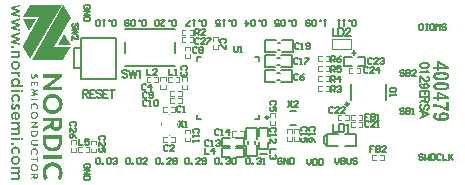
<source format=gto>
G04*
G04 #@! TF.GenerationSoftware,Altium Limited,Altium Designer,21.7.2 (23)*
G04*
G04 Layer_Color=65535*
%FSLAX24Y24*%
%MOIN*%
G70*
G04*
G04 #@! TF.SameCoordinates,43C8A9C3-E03B-469C-A9E8-94EB88380565*
G04*
G04*
G04 #@! TF.FilePolarity,Positive*
G04*
G01*
G75*
%ADD10C,0.0098*%
%ADD11C,0.0049*%
%ADD12C,0.0060*%
%ADD13C,0.0079*%
%ADD14C,0.0059*%
%ADD15C,0.0050*%
G36*
X384Y5855D02*
X189Y5798D01*
X385Y5735D01*
Y5679D01*
X189Y5616D01*
X384Y5558D01*
Y5492D01*
X98Y5585D01*
Y5644D01*
X292Y5707D01*
X98Y5771D01*
Y5829D01*
X384Y5921D01*
Y5855D01*
D02*
G37*
G36*
X703Y5054D02*
X485Y5430D01*
X920Y5431D01*
X703Y5054D01*
D02*
G37*
G36*
X384Y5389D02*
X189Y5332D01*
X385Y5269D01*
Y5213D01*
X189Y5150D01*
X384Y5092D01*
Y5026D01*
X98Y5119D01*
X98Y5178D01*
X292Y5241D01*
X98Y5305D01*
Y5363D01*
X384Y5455D01*
Y5389D01*
D02*
G37*
G36*
X2078Y4566D02*
X1644D01*
X1862Y4942D01*
X2078Y4566D01*
D02*
G37*
G36*
X384Y4923D02*
X189Y4866D01*
X385Y4803D01*
Y4747D01*
X189Y4684D01*
X384Y4626D01*
Y4560D01*
X98Y4653D01*
Y4712D01*
X292Y4775D01*
X98Y4839D01*
Y4897D01*
X384Y4989D01*
Y4923D01*
D02*
G37*
G36*
X174Y4465D02*
X100D01*
Y4536D01*
X174D01*
Y4465D01*
D02*
G37*
G36*
X384Y4314D02*
X340D01*
X342Y4313D01*
X345Y4311D01*
X348Y4308D01*
X352Y4305D01*
X355Y4303D01*
X359Y4299D01*
X363Y4295D01*
X366Y4291D01*
X368Y4289D01*
X371Y4286D01*
X374Y4281D01*
X377Y4275D01*
X379Y4271D01*
X382Y4266D01*
X384Y4260D01*
X386Y4255D01*
X387Y4249D01*
X388Y4243D01*
X389Y4238D01*
X390Y4229D01*
X390Y4223D01*
X389Y4216D01*
X389Y4209D01*
X388Y4202D01*
X386Y4195D01*
X384Y4187D01*
X382Y4182D01*
X380Y4177D01*
X377Y4172D01*
X373Y4167D01*
X370Y4162D01*
X366Y4157D01*
X361Y4152D01*
X358Y4149D01*
X353Y4145D01*
X349Y4143D01*
X343Y4139D01*
X338Y4136D01*
X331Y4133D01*
X327Y4131D01*
X322Y4130D01*
X316Y4128D01*
X309Y4127D01*
X303Y4126D01*
X297Y4125D01*
X290Y4125D01*
X282Y4124D01*
X100Y4124D01*
Y4189D01*
X261Y4189D01*
X265Y4189D01*
X268Y4190D01*
X273Y4190D01*
X276Y4190D01*
X280Y4191D01*
X284Y4192D01*
X288Y4193D01*
X293Y4194D01*
X297Y4196D01*
X301Y4198D01*
X303Y4199D01*
X308Y4202D01*
X312Y4205D01*
X315Y4208D01*
X319Y4212D01*
X322Y4216D01*
X323Y4218D01*
X324Y4221D01*
X326Y4225D01*
X327Y4229D01*
X329Y4235D01*
X330Y4239D01*
X330Y4244D01*
X331Y4250D01*
X330Y4254D01*
X330Y4261D01*
X329Y4264D01*
X328Y4269D01*
X327Y4274D01*
X325Y4278D01*
X323Y4282D01*
X320Y4287D01*
X316Y4293D01*
X312Y4296D01*
X308Y4300D01*
X303Y4303D01*
X297Y4307D01*
X291Y4309D01*
X285Y4311D01*
X278Y4313D01*
X272Y4314D01*
X266Y4314D01*
X261Y4314D01*
X100Y4314D01*
Y4379D01*
X384D01*
Y4314D01*
D02*
G37*
G36*
X763Y5920D02*
X1777Y5920D01*
X723Y4093D01*
X485Y4497D01*
X483Y4502D01*
X481Y4505D01*
X480Y4507D01*
X478Y4511D01*
X477Y4515D01*
X477Y4517D01*
X476Y4519D01*
X476Y4522D01*
X477Y4525D01*
X477Y4527D01*
X478Y4531D01*
X480Y4534D01*
X481Y4537D01*
X482Y4539D01*
X1033Y5496D01*
X483Y5495D01*
X715Y5892D01*
X720Y5900D01*
X724Y5905D01*
X730Y5909D01*
X736Y5914D01*
X743Y5917D01*
X750Y5918D01*
X758Y5920D01*
X763Y5920D01*
D02*
G37*
G36*
X1843Y5897D02*
X1849Y5892D01*
X1854Y5887D01*
X1858Y5882D01*
X1863Y5875D01*
X1868Y5867D01*
X2068Y5522D01*
X2072Y5516D01*
X2074Y5510D01*
X2076Y5506D01*
X2079Y5498D01*
X2080Y5493D01*
X2082Y5486D01*
X2082Y5482D01*
X2082Y5478D01*
X2082Y5471D01*
X2082Y5466D01*
X2081Y5460D01*
X2079Y5452D01*
X2077Y5447D01*
X2073Y5439D01*
X2069Y5431D01*
X1531Y4501D01*
X2079D01*
X2077Y4493D01*
X2074Y4486D01*
X2071Y4481D01*
X1867Y4129D01*
X1864Y4123D01*
X1857Y4114D01*
X1851Y4107D01*
X1838Y4096D01*
X1827Y4089D01*
X1815Y4083D01*
X1804Y4079D01*
X1795Y4078D01*
X1787Y4076D01*
X1778Y4076D01*
X788D01*
X1840Y5899D01*
X1843Y5897D01*
D02*
G37*
G36*
X241Y3988D02*
X233Y3988D01*
X227Y3987D01*
X218Y3985D01*
X209Y3983D01*
X205Y3981D01*
X199Y3979D01*
X192Y3975D01*
X185Y3970D01*
X179Y3965D01*
X174Y3961D01*
X171Y3957D01*
X168Y3953D01*
X163Y3947D01*
X160Y3942D01*
X157Y3936D01*
X155Y3930D01*
X153Y3923D01*
X152Y3917D01*
X151Y3912D01*
X150Y3906D01*
X150Y3899D01*
X151Y3893D01*
X151Y3887D01*
X153Y3881D01*
X154Y3875D01*
X156Y3871D01*
X158Y3865D01*
X161Y3858D01*
X164Y3854D01*
X168Y3848D01*
X172Y3844D01*
X177Y3839D01*
X182Y3834D01*
X187Y3831D01*
X191Y3828D01*
X195Y3826D01*
X200Y3824D01*
X204Y3822D01*
X209Y3820D01*
X213Y3819D01*
X218Y3818D01*
X223Y3817D01*
X228Y3816D01*
X233Y3816D01*
X238Y3816D01*
X245Y3816D01*
X252Y3816D01*
X259Y3817D01*
X267Y3819D01*
X274Y3821D01*
X281Y3824D01*
X288Y3827D01*
X294Y3831D01*
X300Y3835D01*
X307Y3841D01*
X310Y3844D01*
X313Y3848D01*
X317Y3853D01*
X322Y3861D01*
X325Y3866D01*
X328Y3873D01*
X330Y3880D01*
X331Y3886D01*
X332Y3891D01*
X333Y3897D01*
X333Y3904D01*
X332Y3909D01*
X332Y3915D01*
X331Y3923D01*
X329Y3928D01*
X328Y3933D01*
X325Y3939D01*
X323Y3944D01*
X319Y3951D01*
X314Y3957D01*
X309Y3963D01*
X304Y3967D01*
X299Y3971D01*
X295Y3973D01*
X289Y3977D01*
X285Y3979D01*
X277Y3983D01*
X268Y3985D01*
X259Y3987D01*
X252Y3988D01*
X247Y3988D01*
X241Y3988D01*
X241Y4053D01*
X252Y4053D01*
X259Y4052D01*
X268Y4051D01*
X279Y4049D01*
X286Y4047D01*
X291Y4045D01*
X298Y4042D01*
X306Y4039D01*
X312Y4036D01*
X318Y4032D01*
X325Y4028D01*
X331Y4023D01*
X337Y4018D01*
X342Y4014D01*
X346Y4010D01*
X349Y4007D01*
X353Y4003D01*
X359Y3995D01*
X363Y3990D01*
X367Y3983D01*
X370Y3979D01*
X374Y3972D01*
X376Y3966D01*
X379Y3960D01*
X380Y3956D01*
X383Y3948D01*
X385Y3941D01*
X386Y3935D01*
X387Y3930D01*
X388Y3925D01*
X389Y3920D01*
X389Y3912D01*
X390Y3904D01*
X390Y3898D01*
X389Y3887D01*
X388Y3879D01*
X387Y3871D01*
X386Y3866D01*
X385Y3861D01*
X383Y3855D01*
X380Y3845D01*
X377Y3840D01*
X373Y3830D01*
X370Y3825D01*
X368Y3820D01*
X365Y3816D01*
X361Y3810D01*
X357Y3806D01*
X354Y3801D01*
X350Y3797D01*
X346Y3793D01*
X342Y3789D01*
X337Y3785D01*
X333Y3782D01*
X328Y3778D01*
X325Y3775D01*
X320Y3772D01*
X316Y3770D01*
X308Y3766D01*
X304Y3764D01*
X299Y3762D01*
X294Y3760D01*
X289Y3758D01*
X283Y3756D01*
X279Y3755D01*
X270Y3753D01*
X265Y3752D01*
X257Y3751D01*
X251Y3751D01*
X245Y3750D01*
X238Y3751D01*
X229Y3751D01*
X224Y3751D01*
X219Y3752D01*
X210Y3754D01*
X205Y3755D01*
X200Y3756D01*
X193Y3758D01*
X187Y3761D01*
X181Y3763D01*
X175Y3766D01*
X168Y3770D01*
X162Y3774D01*
X156Y3777D01*
X148Y3783D01*
X144Y3787D01*
X139Y3791D01*
X134Y3796D01*
X131Y3800D01*
X124Y3808D01*
X121Y3813D01*
X117Y3818D01*
X114Y3823D01*
X110Y3831D01*
X108Y3835D01*
X104Y3843D01*
X102Y3850D01*
X100Y3855D01*
X98Y3862D01*
X97Y3867D01*
X96Y3873D01*
X95Y3878D01*
X94Y3887D01*
X93Y3895D01*
X93Y3902D01*
X93Y3910D01*
X94Y3918D01*
X95Y3927D01*
X96Y3931D01*
X97Y3936D01*
X98Y3942D01*
X100Y3948D01*
X102Y3954D01*
X104Y3962D01*
X107Y3968D01*
X111Y3975D01*
X114Y3982D01*
X120Y3990D01*
X123Y3996D01*
X128Y4002D01*
X134Y4008D01*
X137Y4011D01*
X142Y4016D01*
X150Y4022D01*
X157Y4028D01*
X164Y4032D01*
X169Y4035D01*
X175Y4038D01*
X181Y4041D01*
X188Y4044D01*
X196Y4047D01*
X204Y4049D01*
X215Y4051D01*
X224Y4052D01*
X231Y4053D01*
X241Y4053D01*
Y3988D01*
D02*
G37*
G36*
X384Y3611D02*
X323Y3610D01*
X328Y3607D01*
X335Y3604D01*
X342Y3600D01*
X349Y3595D01*
X353Y3592D01*
X359Y3587D01*
X364Y3581D01*
X369Y3575D01*
X373Y3570D01*
X377Y3565D01*
X380Y3558D01*
X383Y3551D01*
X386Y3542D01*
X388Y3535D01*
X389Y3529D01*
X389Y3524D01*
X389Y3516D01*
X389Y3511D01*
X320D01*
X320Y3525D01*
X319Y3531D01*
X318Y3537D01*
X317Y3542D01*
X315Y3549D01*
X312Y3556D01*
X309Y3562D01*
X305Y3569D01*
X300Y3577D01*
X292Y3584D01*
X286Y3589D01*
X280Y3593D01*
X273Y3597D01*
X268Y3600D01*
X261Y3603D01*
X250Y3606D01*
X243Y3608D01*
X233Y3610D01*
X222Y3611D01*
X216Y3611D01*
X208Y3611D01*
X100D01*
Y3676D01*
X384D01*
X384Y3611D01*
D02*
G37*
G36*
X807Y3592D02*
X803Y3585D01*
X801Y3582D01*
X798Y3576D01*
X796Y3571D01*
X794Y3566D01*
X792Y3561D01*
X789Y3552D01*
X788Y3547D01*
X787Y3542D01*
X787Y3537D01*
X786Y3534D01*
X786Y3529D01*
X786Y3524D01*
X786Y3521D01*
X787Y3518D01*
X788Y3513D01*
X789Y3509D01*
X791Y3506D01*
X792Y3504D01*
X794Y3502D01*
X796Y3500D01*
X798Y3498D01*
X801Y3496D01*
X803Y3496D01*
X806Y3495D01*
X809Y3495D01*
X812Y3495D01*
X815Y3495D01*
X817Y3496D01*
X819Y3496D01*
X821Y3497D01*
X823Y3498D01*
X825Y3500D01*
X828Y3503D01*
X830Y3505D01*
X833Y3508D01*
X838Y3514D01*
X841Y3519D01*
X869Y3557D01*
X870Y3558D01*
X872Y3562D01*
X875Y3565D01*
X877Y3568D01*
X880Y3571D01*
X885Y3576D01*
X888Y3579D01*
X894Y3583D01*
X897Y3585D01*
X900Y3587D01*
X904Y3589D01*
X914Y3592D01*
X915Y3593D01*
X918Y3593D01*
X923Y3594D01*
X927Y3594D01*
X933Y3594D01*
X935Y3594D01*
X939Y3594D01*
X943Y3593D01*
X948Y3592D01*
X952Y3591D01*
X956Y3590D01*
X960Y3588D01*
X964Y3585D01*
X972Y3579D01*
X974Y3577D01*
X975Y3575D01*
X978Y3572D01*
X981Y3568D01*
X983Y3563D01*
X985Y3559D01*
X987Y3555D01*
X988Y3548D01*
X990Y3543D01*
X990Y3536D01*
X991Y3530D01*
X991Y3526D01*
X991Y3521D01*
X991Y3514D01*
X990Y3507D01*
X989Y3498D01*
X987Y3492D01*
X986Y3485D01*
X984Y3479D01*
X982Y3473D01*
X979Y3465D01*
X974Y3455D01*
X935Y3473D01*
X937Y3478D01*
X938Y3480D01*
X939Y3482D01*
X940Y3485D01*
X942Y3488D01*
X943Y3492D01*
X944Y3495D01*
X945Y3499D01*
X946Y3502D01*
X947Y3505D01*
X948Y3509D01*
X948Y3512D01*
X949Y3515D01*
X949Y3518D01*
X949Y3520D01*
X949Y3524D01*
X949Y3527D01*
X949Y3531D01*
X949Y3533D01*
X947Y3538D01*
X946Y3540D01*
X945Y3542D01*
X944Y3544D01*
X942Y3545D01*
X941Y3546D01*
X939Y3547D01*
X936Y3548D01*
X935Y3548D01*
X933Y3548D01*
X931Y3548D01*
X928Y3548D01*
X924Y3547D01*
X921Y3544D01*
X917Y3541D01*
X914Y3538D01*
X910Y3534D01*
X893Y3510D01*
X876Y3485D01*
X873Y3481D01*
X870Y3477D01*
X867Y3474D01*
X865Y3471D01*
X863Y3469D01*
X861Y3467D01*
X858Y3465D01*
X854Y3462D01*
X850Y3459D01*
X843Y3455D01*
X835Y3452D01*
X833Y3451D01*
X830Y3450D01*
X828Y3450D01*
X824Y3449D01*
X821Y3449D01*
X818Y3449D01*
X815Y3449D01*
X812Y3449D01*
X809Y3449D01*
X806Y3449D01*
X802Y3449D01*
X800Y3449D01*
X796Y3450D01*
X791Y3451D01*
X787Y3453D01*
X783Y3454D01*
X779Y3456D01*
X773Y3460D01*
X767Y3465D01*
X763Y3469D01*
X761Y3470D01*
X759Y3474D01*
X757Y3477D01*
X754Y3481D01*
X753Y3485D01*
X751Y3488D01*
X750Y3491D01*
X749Y3495D01*
X747Y3501D01*
X746Y3507D01*
X745Y3511D01*
X745Y3516D01*
X744Y3522D01*
X744Y3529D01*
X745Y3541D01*
X745Y3548D01*
X746Y3555D01*
X748Y3565D01*
X749Y3571D01*
X753Y3581D01*
X755Y3587D01*
X757Y3591D01*
X758Y3594D01*
X761Y3599D01*
X763Y3604D01*
X765Y3607D01*
X767Y3611D01*
X807Y3592D01*
D02*
G37*
G36*
X986Y3213D02*
X945Y3213D01*
Y3311D01*
X898D01*
X898Y3222D01*
X858D01*
X858Y3311D01*
X790D01*
Y3212D01*
X749D01*
Y3354D01*
X986D01*
Y3213D01*
D02*
G37*
G36*
X248Y3469D02*
X256Y3468D01*
X261Y3468D01*
X265Y3467D01*
X275Y3466D01*
X283Y3464D01*
X294Y3461D01*
X300Y3459D01*
X306Y3457D01*
X311Y3455D01*
X316Y3453D01*
X321Y3450D01*
X327Y3447D01*
X334Y3442D01*
X338Y3440D01*
X342Y3437D01*
X346Y3433D01*
X350Y3429D01*
X354Y3426D01*
X359Y3420D01*
X363Y3416D01*
X368Y3408D01*
X373Y3401D01*
X375Y3396D01*
X379Y3388D01*
X382Y3380D01*
X384Y3376D01*
X385Y3371D01*
X387Y3362D01*
X388Y3356D01*
X389Y3350D01*
X390Y3340D01*
X390Y3331D01*
X389Y3322D01*
X388Y3317D01*
X387Y3312D01*
X386Y3307D01*
X385Y3302D01*
X382Y3293D01*
X379Y3287D01*
X375Y3279D01*
X370Y3271D01*
X367Y3266D01*
X363Y3262D01*
X359Y3258D01*
X356Y3254D01*
X352Y3250D01*
X346Y3245D01*
X340Y3240D01*
X492D01*
Y3175D01*
X239Y3175D01*
X239Y3239D01*
X247Y3239D01*
X253Y3239D01*
X258Y3240D01*
X265Y3241D01*
X270Y3243D01*
X278Y3245D01*
X282Y3247D01*
X287Y3249D01*
X292Y3251D01*
X297Y3255D01*
X303Y3259D01*
X309Y3264D01*
X313Y3268D01*
X316Y3272D01*
X320Y3277D01*
X323Y3283D01*
X327Y3291D01*
X329Y3297D01*
X331Y3303D01*
X332Y3309D01*
X333Y3317D01*
X333Y3326D01*
X333Y3330D01*
X332Y3335D01*
X331Y3341D01*
X329Y3348D01*
X326Y3356D01*
X323Y3361D01*
X319Y3368D01*
X315Y3373D01*
X309Y3379D01*
X304Y3383D01*
X300Y3386D01*
X293Y3391D01*
X287Y3394D01*
X278Y3397D01*
X272Y3399D01*
X265Y3401D01*
X260Y3402D01*
X252Y3403D01*
X245Y3403D01*
X237Y3403D01*
X229Y3402D01*
X223Y3402D01*
X217Y3400D01*
X210Y3399D01*
X203Y3396D01*
X195Y3393D01*
X191Y3390D01*
X187Y3388D01*
X182Y3385D01*
X177Y3381D01*
X172Y3375D01*
X168Y3370D01*
X164Y3365D01*
X160Y3359D01*
X157Y3352D01*
X155Y3348D01*
X153Y3343D01*
X152Y3337D01*
X151Y3330D01*
X150Y3326D01*
X150Y3318D01*
X151Y3312D01*
X152Y3305D01*
X154Y3299D01*
X156Y3292D01*
X159Y3286D01*
X162Y3281D01*
X165Y3276D01*
X168Y3272D01*
X172Y3267D01*
X177Y3262D01*
X183Y3257D01*
X189Y3253D01*
X195Y3250D01*
X200Y3247D01*
X207Y3244D01*
X212Y3243D01*
X218Y3241D01*
X224Y3240D01*
X229Y3239D01*
X234Y3239D01*
X239Y3239D01*
X239Y3175D01*
X100Y3175D01*
X100Y3240D01*
X147D01*
X138Y3247D01*
X134Y3250D01*
X127Y3256D01*
X124Y3260D01*
X120Y3264D01*
X113Y3273D01*
X109Y3279D01*
X107Y3284D01*
X104Y3288D01*
X100Y3297D01*
X98Y3304D01*
X97Y3308D01*
X96Y3315D01*
X95Y3321D01*
X94Y3326D01*
X94Y3331D01*
X94Y3340D01*
X94Y3347D01*
X95Y3357D01*
X96Y3362D01*
X98Y3369D01*
X99Y3374D01*
X102Y3381D01*
X103Y3385D01*
X107Y3393D01*
X109Y3398D01*
X112Y3402D01*
X115Y3407D01*
X118Y3411D01*
X122Y3417D01*
X126Y3421D01*
X129Y3425D01*
X135Y3430D01*
X138Y3433D01*
X143Y3437D01*
X148Y3441D01*
X152Y3444D01*
X157Y3447D01*
X165Y3452D01*
X171Y3454D01*
X177Y3457D01*
X186Y3460D01*
X194Y3463D01*
X203Y3465D01*
X209Y3466D01*
X220Y3467D01*
X227Y3468D01*
X235Y3469D01*
X242Y3469D01*
X248Y3469D01*
D02*
G37*
G36*
X1794Y3488D02*
X1355Y3176D01*
X1794D01*
X1794Y3059D01*
X1155Y3059D01*
X1155Y3168D01*
X1593Y3479D01*
X1155D01*
Y3596D01*
X1794Y3596D01*
Y3488D01*
D02*
G37*
G36*
X384Y3081D02*
Y3016D01*
X100Y3016D01*
Y3081D01*
X384Y3081D01*
D02*
G37*
G36*
X489Y3014D02*
X427D01*
Y3084D01*
X489Y3084D01*
Y3014D01*
D02*
G37*
G36*
X986Y3077D02*
Y3045D01*
X852Y2991D01*
X986Y2937D01*
Y2905D01*
X749Y2863D01*
Y2907D01*
X902Y2929D01*
X785Y2975D01*
Y3007D01*
X902Y3052D01*
X749Y3076D01*
Y3119D01*
X986Y3077D01*
D02*
G37*
G36*
X986Y2723D02*
X749D01*
Y2768D01*
X986D01*
Y2723D01*
D02*
G37*
G36*
X249Y2938D02*
X259Y2938D01*
X264Y2937D01*
X271Y2936D01*
X279Y2934D01*
X285Y2932D01*
X291Y2931D01*
X296Y2929D01*
X303Y2926D01*
X310Y2922D01*
X315Y2920D01*
X321Y2916D01*
X327Y2912D01*
X333Y2908D01*
X338Y2904D01*
X344Y2899D01*
X348Y2894D01*
X354Y2888D01*
X359Y2882D01*
X363Y2877D01*
X367Y2870D01*
X371Y2864D01*
X374Y2857D01*
X377Y2852D01*
X379Y2847D01*
X382Y2840D01*
X384Y2832D01*
X386Y2825D01*
X387Y2820D01*
X389Y2810D01*
X389Y2802D01*
X390Y2798D01*
X390Y2790D01*
X390Y2781D01*
X389Y2775D01*
X388Y2767D01*
X387Y2758D01*
X386Y2754D01*
X385Y2748D01*
X382Y2739D01*
X379Y2730D01*
X375Y2722D01*
X371Y2714D01*
X369Y2711D01*
X368Y2709D01*
X366Y2706D01*
X364Y2703D01*
X362Y2701D01*
X360Y2698D01*
X357Y2695D01*
X356Y2693D01*
X353Y2690D01*
X350Y2687D01*
X345Y2682D01*
X341Y2677D01*
X297Y2718D01*
X299Y2720D01*
X302Y2723D01*
X304Y2725D01*
X306Y2727D01*
X308Y2730D01*
X312Y2733D01*
X314Y2737D01*
X317Y2741D01*
X320Y2745D01*
X322Y2749D01*
X324Y2752D01*
X325Y2755D01*
X327Y2759D01*
X329Y2764D01*
X330Y2768D01*
X330Y2770D01*
X331Y2775D01*
X332Y2781D01*
X333Y2787D01*
X333Y2791D01*
X333Y2795D01*
X332Y2800D01*
X332Y2804D01*
X331Y2808D01*
X330Y2812D01*
X329Y2816D01*
X327Y2821D01*
X325Y2826D01*
X322Y2831D01*
X320Y2834D01*
X316Y2839D01*
X314Y2842D01*
X311Y2846D01*
X307Y2850D01*
X302Y2853D01*
X298Y2857D01*
X296Y2858D01*
X291Y2861D01*
X285Y2864D01*
X279Y2867D01*
X276Y2868D01*
X273Y2869D01*
X269Y2870D01*
X265Y2871D01*
X261Y2872D01*
X257Y2872D01*
X253Y2873D01*
X250Y2873D01*
X246Y2874D01*
X241Y2874D01*
X236Y2873D01*
X231Y2873D01*
X226Y2873D01*
X221Y2872D01*
X216Y2871D01*
X211Y2869D01*
X207Y2868D01*
X202Y2866D01*
X197Y2864D01*
X192Y2861D01*
X188Y2858D01*
X185Y2857D01*
X183Y2855D01*
X181Y2853D01*
X178Y2851D01*
X176Y2849D01*
X173Y2847D01*
X171Y2844D01*
X167Y2840D01*
X165Y2836D01*
X163Y2833D01*
X160Y2828D01*
X158Y2824D01*
X156Y2818D01*
X154Y2814D01*
X153Y2811D01*
X152Y2806D01*
X151Y2802D01*
X151Y2798D01*
X150Y2793D01*
X150Y2790D01*
X150Y2784D01*
X151Y2779D01*
X151Y2775D01*
X152Y2771D01*
X153Y2768D01*
X154Y2763D01*
X156Y2757D01*
X157Y2754D01*
X159Y2749D01*
X162Y2744D01*
X165Y2740D01*
X168Y2735D01*
X170Y2732D01*
X174Y2727D01*
X176Y2724D01*
X179Y2721D01*
X183Y2717D01*
X185Y2715D01*
X147Y2676D01*
X144Y2678D01*
X141Y2681D01*
X137Y2685D01*
X132Y2690D01*
X129Y2694D01*
X125Y2698D01*
X121Y2704D01*
X117Y2708D01*
X115Y2712D01*
X112Y2717D01*
X108Y2723D01*
X106Y2727D01*
X104Y2732D01*
X102Y2738D01*
X100Y2743D01*
X99Y2748D01*
X98Y2751D01*
X96Y2758D01*
X95Y2763D01*
X95Y2769D01*
X94Y2774D01*
X94Y2781D01*
X93Y2785D01*
X93Y2789D01*
X93Y2796D01*
X93Y2799D01*
X94Y2807D01*
X94Y2811D01*
X95Y2815D01*
X96Y2820D01*
X97Y2826D01*
X99Y2832D01*
X101Y2840D01*
X104Y2849D01*
X109Y2858D01*
X112Y2865D01*
X116Y2871D01*
X120Y2877D01*
X124Y2883D01*
X129Y2889D01*
X134Y2895D01*
X139Y2900D01*
X145Y2905D01*
X151Y2909D01*
X157Y2913D01*
X162Y2917D01*
X168Y2921D01*
X175Y2924D01*
X182Y2927D01*
X190Y2930D01*
X198Y2933D01*
X203Y2934D01*
X213Y2936D01*
X221Y2938D01*
X228Y2938D01*
X235Y2939D01*
X241Y2939D01*
X249Y2938D01*
D02*
G37*
G36*
X874Y2635D02*
X877Y2635D01*
X884Y2634D01*
X889Y2634D01*
X895Y2633D01*
X900Y2631D01*
X910Y2629D01*
X915Y2627D01*
X920Y2625D01*
X925Y2623D01*
X932Y2619D01*
X936Y2617D01*
X942Y2613D01*
X954Y2603D01*
X961Y2595D01*
X964Y2591D01*
X967Y2588D01*
X971Y2582D01*
X974Y2577D01*
X976Y2572D01*
X979Y2568D01*
X980Y2563D01*
X982Y2558D01*
X984Y2553D01*
X985Y2549D01*
X987Y2544D01*
X988Y2539D01*
X989Y2534D01*
X990Y2526D01*
X991Y2518D01*
X991Y2507D01*
X991Y2500D01*
X990Y2493D01*
X989Y2484D01*
X988Y2475D01*
X985Y2463D01*
X982Y2454D01*
X977Y2444D01*
X976Y2441D01*
X972Y2434D01*
X969Y2430D01*
X965Y2423D01*
X927Y2448D01*
X928Y2449D01*
X931Y2453D01*
X933Y2457D01*
X935Y2461D01*
X937Y2465D01*
X939Y2469D01*
X942Y2477D01*
X944Y2483D01*
X946Y2493D01*
X947Y2503D01*
X947Y2506D01*
X947Y2512D01*
X946Y2518D01*
X945Y2524D01*
X944Y2529D01*
X943Y2534D01*
X941Y2540D01*
X938Y2546D01*
X934Y2553D01*
X932Y2557D01*
X927Y2563D01*
X920Y2570D01*
X912Y2576D01*
X906Y2579D01*
X902Y2581D01*
X898Y2583D01*
X891Y2585D01*
X886Y2586D01*
X880Y2587D01*
X876Y2587D01*
X871Y2588D01*
X865Y2588D01*
X860Y2588D01*
X854Y2587D01*
X848Y2586D01*
X841Y2584D01*
X833Y2581D01*
X828Y2579D01*
X820Y2574D01*
X812Y2568D01*
X805Y2559D01*
X800Y2553D01*
X799Y2551D01*
X796Y2545D01*
X794Y2541D01*
X793Y2536D01*
X791Y2529D01*
X790Y2525D01*
X789Y2519D01*
X789Y2513D01*
X788Y2505D01*
X789Y2499D01*
X790Y2493D01*
X792Y2482D01*
X793Y2478D01*
X794Y2476D01*
X796Y2470D01*
X798Y2465D01*
X800Y2462D01*
X803Y2456D01*
X805Y2452D01*
X808Y2448D01*
X770Y2423D01*
X768Y2426D01*
X765Y2431D01*
X760Y2440D01*
X756Y2448D01*
X752Y2457D01*
X749Y2467D01*
X749Y2470D01*
X747Y2475D01*
X746Y2481D01*
X745Y2487D01*
X745Y2496D01*
X744Y2503D01*
X744Y2509D01*
X744Y2515D01*
X745Y2521D01*
X745Y2528D01*
X747Y2536D01*
X748Y2541D01*
X750Y2549D01*
X751Y2553D01*
X753Y2559D01*
X755Y2565D01*
X759Y2572D01*
X762Y2579D01*
X768Y2587D01*
X773Y2594D01*
X777Y2599D01*
X785Y2607D01*
X792Y2612D01*
X800Y2617D01*
X804Y2620D01*
X808Y2622D01*
X811Y2623D01*
X816Y2626D01*
X824Y2628D01*
X832Y2631D01*
X840Y2633D01*
X847Y2634D01*
X852Y2634D01*
X859Y2635D01*
X864Y2635D01*
X869Y2635D01*
X874Y2635D01*
D02*
G37*
G36*
X181Y2602D02*
X175Y2594D01*
X171Y2587D01*
X167Y2581D01*
X164Y2575D01*
X161Y2570D01*
X158Y2563D01*
X155Y2556D01*
X154Y2551D01*
X152Y2545D01*
X150Y2539D01*
X149Y2533D01*
X148Y2529D01*
X147Y2525D01*
X147Y2520D01*
X146Y2517D01*
X146Y2513D01*
X146Y2508D01*
X146Y2502D01*
X147Y2499D01*
X147Y2494D01*
X148Y2492D01*
X148Y2490D01*
X149Y2486D01*
X151Y2483D01*
X152Y2480D01*
X154Y2477D01*
X155Y2475D01*
X157Y2473D01*
X160Y2470D01*
X162Y2469D01*
X164Y2467D01*
X167Y2466D01*
X168Y2466D01*
X170Y2465D01*
X172Y2465D01*
X175Y2465D01*
X178Y2465D01*
X181Y2465D01*
X183Y2465D01*
X186Y2467D01*
X189Y2468D01*
X192Y2470D01*
X194Y2472D01*
X196Y2475D01*
X198Y2477D01*
X201Y2482D01*
X204Y2488D01*
X207Y2496D01*
X210Y2502D01*
X211Y2506D01*
X213Y2512D01*
X214Y2518D01*
X216Y2525D01*
X218Y2531D01*
X221Y2539D01*
X224Y2551D01*
X227Y2558D01*
X231Y2566D01*
X234Y2572D01*
X238Y2580D01*
X240Y2583D01*
X243Y2587D01*
X246Y2592D01*
X248Y2594D01*
X252Y2598D01*
X255Y2601D01*
X259Y2604D01*
X264Y2607D01*
X269Y2610D01*
X274Y2612D01*
X278Y2614D01*
X284Y2615D01*
X287Y2616D01*
X293Y2617D01*
X296Y2617D01*
X299Y2617D01*
X301Y2617D01*
X307Y2617D01*
X313Y2616D01*
X318Y2616D01*
X323Y2615D01*
X332Y2612D01*
X335Y2611D01*
X341Y2608D01*
X347Y2604D01*
X352Y2600D01*
X357Y2597D01*
X361Y2593D01*
X365Y2589D01*
X369Y2584D01*
X371Y2580D01*
X374Y2575D01*
X377Y2569D01*
X380Y2564D01*
X382Y2559D01*
X383Y2555D01*
X384Y2549D01*
X386Y2545D01*
X386Y2540D01*
X387Y2535D01*
X388Y2530D01*
X388Y2525D01*
X389Y2520D01*
X389Y2513D01*
X388Y2508D01*
X388Y2504D01*
X388Y2498D01*
X387Y2493D01*
X386Y2488D01*
X385Y2482D01*
X384Y2477D01*
X383Y2471D01*
X382Y2467D01*
X380Y2462D01*
X378Y2456D01*
X376Y2450D01*
X374Y2444D01*
X370Y2437D01*
X367Y2430D01*
X365Y2426D01*
X361Y2418D01*
X356Y2411D01*
X310Y2437D01*
X315Y2446D01*
X319Y2453D01*
X321Y2457D01*
X323Y2463D01*
X326Y2468D01*
X328Y2473D01*
X329Y2477D01*
X331Y2481D01*
X332Y2486D01*
X334Y2493D01*
X335Y2498D01*
X336Y2504D01*
X336Y2508D01*
X337Y2513D01*
X337Y2516D01*
X337Y2519D01*
X337Y2522D01*
X337Y2525D01*
X336Y2527D01*
X336Y2531D01*
X335Y2534D01*
X334Y2537D01*
X333Y2539D01*
X332Y2542D01*
X330Y2545D01*
X328Y2548D01*
X326Y2551D01*
X324Y2552D01*
X322Y2554D01*
X320Y2555D01*
X316Y2556D01*
X313Y2557D01*
X311Y2557D01*
X308Y2557D01*
X304Y2557D01*
X301Y2556D01*
X297Y2554D01*
X295Y2553D01*
X292Y2550D01*
X291Y2549D01*
X290Y2547D01*
X287Y2543D01*
X284Y2538D01*
X282Y2534D01*
X280Y2529D01*
X278Y2524D01*
X276Y2520D01*
X273Y2511D01*
X265Y2485D01*
X262Y2476D01*
X259Y2469D01*
X257Y2463D01*
X254Y2456D01*
X252Y2452D01*
X249Y2447D01*
X246Y2441D01*
X243Y2437D01*
X240Y2433D01*
X237Y2430D01*
X234Y2426D01*
X231Y2423D01*
X227Y2420D01*
X222Y2416D01*
X216Y2412D01*
X212Y2410D01*
X206Y2408D01*
X203Y2407D01*
X199Y2406D01*
X195Y2406D01*
X190Y2405D01*
X185Y2405D01*
X179Y2405D01*
X174Y2405D01*
X170Y2406D01*
X166Y2406D01*
X161Y2407D01*
X156Y2409D01*
X150Y2411D01*
X145Y2413D01*
X141Y2415D01*
X137Y2417D01*
X134Y2419D01*
X130Y2422D01*
X125Y2426D01*
X122Y2429D01*
X119Y2433D01*
X115Y2437D01*
X112Y2441D01*
X109Y2446D01*
X106Y2452D01*
X105Y2456D01*
X102Y2462D01*
X100Y2469D01*
X98Y2477D01*
X97Y2483D01*
X95Y2491D01*
X95Y2497D01*
X95Y2502D01*
X94Y2509D01*
X94Y2516D01*
X95Y2522D01*
X95Y2527D01*
X96Y2532D01*
X96Y2537D01*
X98Y2544D01*
X98Y2548D01*
X99Y2552D01*
X100Y2557D01*
X102Y2563D01*
X104Y2570D01*
X106Y2576D01*
X110Y2586D01*
X113Y2592D01*
X116Y2598D01*
X120Y2605D01*
X123Y2611D01*
X126Y2615D01*
X127Y2618D01*
X131Y2624D01*
X134Y2627D01*
X137Y2631D01*
X181Y2602D01*
D02*
G37*
G36*
X1486Y2942D02*
X1502Y2941D01*
X1513Y2940D01*
X1530Y2938D01*
X1542Y2936D01*
X1555Y2933D01*
X1561Y2932D01*
X1575Y2928D01*
X1589Y2924D01*
X1597Y2922D01*
X1613Y2915D01*
X1622Y2911D01*
X1632Y2906D01*
X1644Y2900D01*
X1657Y2893D01*
X1674Y2881D01*
X1690Y2869D01*
X1707Y2855D01*
X1720Y2841D01*
X1732Y2829D01*
X1745Y2811D01*
X1755Y2797D01*
X1762Y2785D01*
X1769Y2773D01*
X1774Y2763D01*
X1782Y2744D01*
X1789Y2726D01*
X1794Y2710D01*
X1798Y2694D01*
X1802Y2678D01*
X1804Y2663D01*
X1806Y2649D01*
X1807Y2635D01*
X1808Y2622D01*
X1808Y2607D01*
X1808Y2590D01*
X1807Y2572D01*
X1805Y2558D01*
X1804Y2550D01*
X1801Y2535D01*
X1798Y2519D01*
X1794Y2504D01*
X1785Y2478D01*
X1781Y2469D01*
X1777Y2459D01*
X1773Y2449D01*
X1767Y2439D01*
X1761Y2428D01*
X1754Y2416D01*
X1744Y2402D01*
X1730Y2384D01*
X1716Y2369D01*
X1703Y2356D01*
X1690Y2345D01*
X1671Y2331D01*
X1652Y2318D01*
X1638Y2311D01*
X1627Y2305D01*
X1617Y2300D01*
X1607Y2297D01*
X1599Y2293D01*
X1591Y2290D01*
X1576Y2286D01*
X1568Y2284D01*
X1555Y2280D01*
X1548Y2279D01*
X1535Y2277D01*
X1523Y2275D01*
X1512Y2274D01*
X1506Y2273D01*
X1495Y2273D01*
X1485Y2272D01*
X1475Y2272D01*
X1463Y2272D01*
X1453Y2273D01*
X1442Y2273D01*
X1431Y2275D01*
X1419Y2276D01*
X1407Y2278D01*
X1400Y2279D01*
X1387Y2282D01*
X1380Y2284D01*
X1373Y2286D01*
X1366Y2288D01*
X1358Y2291D01*
X1350Y2293D01*
X1342Y2297D01*
X1333Y2300D01*
X1323Y2305D01*
X1312Y2310D01*
X1298Y2318D01*
X1289Y2323D01*
X1282Y2328D01*
X1269Y2337D01*
X1257Y2346D01*
X1245Y2357D01*
X1233Y2369D01*
X1224Y2379D01*
X1214Y2391D01*
X1204Y2403D01*
X1195Y2417D01*
X1188Y2429D01*
X1181Y2440D01*
X1176Y2451D01*
X1171Y2460D01*
X1167Y2470D01*
X1161Y2488D01*
X1158Y2497D01*
X1155Y2505D01*
X1153Y2513D01*
X1151Y2522D01*
X1149Y2529D01*
X1146Y2545D01*
X1145Y2552D01*
X1143Y2567D01*
X1143Y2574D01*
X1142Y2589D01*
X1141Y2602D01*
X1141Y2607D01*
X1141Y2622D01*
X1142Y2628D01*
X1143Y2642D01*
X1144Y2656D01*
X1145Y2663D01*
X1146Y2670D01*
X1148Y2677D01*
X1149Y2685D01*
X1151Y2692D01*
X1153Y2700D01*
X1155Y2708D01*
X1160Y2724D01*
X1163Y2733D01*
X1166Y2741D01*
X1170Y2750D01*
X1174Y2760D01*
X1179Y2770D01*
X1185Y2781D01*
X1191Y2792D01*
X1200Y2805D01*
X1212Y2821D01*
X1220Y2832D01*
X1234Y2847D01*
X1245Y2857D01*
X1255Y2866D01*
X1264Y2873D01*
X1275Y2881D01*
X1283Y2887D01*
X1298Y2896D01*
X1322Y2909D01*
X1332Y2913D01*
X1341Y2917D01*
X1357Y2923D01*
X1372Y2928D01*
X1386Y2931D01*
X1399Y2934D01*
X1417Y2938D01*
X1435Y2940D01*
X1446Y2941D01*
X1462Y2942D01*
X1475Y2942D01*
X1486Y2942D01*
D02*
G37*
G36*
X872Y2350D02*
X880Y2350D01*
X890Y2348D01*
X900Y2346D01*
X907Y2344D01*
X913Y2343D01*
X922Y2339D01*
X930Y2335D01*
X935Y2332D01*
X941Y2328D01*
X948Y2323D01*
X956Y2315D01*
X961Y2310D01*
X965Y2306D01*
X968Y2301D01*
X971Y2296D01*
X974Y2292D01*
X976Y2288D01*
X981Y2277D01*
X984Y2270D01*
X987Y2261D01*
X988Y2255D01*
X989Y2250D01*
X990Y2242D01*
X991Y2236D01*
X991Y2229D01*
Y2224D01*
X991Y2219D01*
X990Y2211D01*
X989Y2205D01*
X988Y2200D01*
X987Y2194D01*
X986Y2188D01*
X984Y2182D01*
X980Y2171D01*
X976Y2164D01*
X974Y2160D01*
X971Y2155D01*
X967Y2150D01*
X962Y2144D01*
X959Y2140D01*
X955Y2136D01*
X947Y2129D01*
X943Y2126D01*
X938Y2122D01*
X933Y2119D01*
X928Y2116D01*
X920Y2113D01*
X914Y2110D01*
X908Y2108D01*
X902Y2107D01*
X897Y2105D01*
X893Y2104D01*
X884Y2103D01*
X875Y2102D01*
X865Y2102D01*
X851Y2103D01*
X840Y2105D01*
X835Y2106D01*
X827Y2108D01*
X822Y2110D01*
X815Y2113D01*
X807Y2116D01*
X802Y2119D01*
X796Y2123D01*
X791Y2127D01*
X786Y2131D01*
X780Y2136D01*
X774Y2142D01*
X768Y2151D01*
X764Y2156D01*
X761Y2160D01*
X757Y2168D01*
X754Y2175D01*
X751Y2182D01*
X749Y2188D01*
X748Y2194D01*
X746Y2203D01*
X745Y2209D01*
X744Y2217D01*
X744Y2222D01*
X744Y2234D01*
X745Y2239D01*
X745Y2244D01*
X746Y2252D01*
X748Y2261D01*
X750Y2267D01*
X753Y2276D01*
X756Y2283D01*
X760Y2291D01*
X763Y2295D01*
X766Y2300D01*
X770Y2306D01*
X775Y2311D01*
X780Y2316D01*
X784Y2320D01*
X791Y2326D01*
X796Y2329D01*
X802Y2333D01*
X811Y2338D01*
X818Y2341D01*
X824Y2343D01*
X829Y2345D01*
X837Y2347D01*
X844Y2348D01*
X851Y2349D01*
X867Y2350D01*
X872Y2350D01*
D02*
G37*
G36*
X247Y2346D02*
X252Y2346D01*
X258Y2345D01*
X260Y2345D01*
X263Y2345D01*
X268Y2344D01*
X274Y2343D01*
X279Y2342D01*
X285Y2340D01*
X290Y2339D01*
X295Y2337D01*
X300Y2335D01*
X305Y2333D01*
X310Y2331D01*
X314Y2329D01*
X319Y2327D01*
X323Y2324D01*
X327Y2321D01*
X332Y2318D01*
X336Y2315D01*
X340Y2312D01*
X342Y2311D01*
X344Y2309D01*
X346Y2307D01*
X349Y2305D01*
X351Y2303D01*
X353Y2300D01*
X355Y2298D01*
X357Y2296D01*
X360Y2292D01*
X362Y2290D01*
X364Y2287D01*
X366Y2284D01*
X368Y2282D01*
X370Y2278D01*
X372Y2275D01*
X374Y2272D01*
X376Y2268D01*
X377Y2265D01*
X378Y2262D01*
X380Y2259D01*
X381Y2255D01*
X382Y2252D01*
X384Y2249D01*
X385Y2245D01*
X386Y2239D01*
X387Y2234D01*
X388Y2230D01*
X389Y2226D01*
X389Y2222D01*
X389Y2219D01*
X390Y2213D01*
X390Y2208D01*
X390Y2203D01*
X390Y2199D01*
X389Y2194D01*
X389Y2189D01*
X388Y2185D01*
X387Y2180D01*
X386Y2173D01*
X385Y2169D01*
X384Y2165D01*
X383Y2161D01*
X381Y2156D01*
X380Y2154D01*
X379Y2151D01*
X377Y2148D01*
X375Y2144D01*
X374Y2142D01*
X372Y2138D01*
X369Y2133D01*
X367Y2129D01*
X364Y2126D01*
X362Y2123D01*
X359Y2120D01*
X356Y2116D01*
X353Y2114D01*
X351Y2111D01*
X349Y2109D01*
X347Y2107D01*
X343Y2104D01*
X339Y2101D01*
X335Y2098D01*
X331Y2096D01*
X328Y2094D01*
X325Y2092D01*
X319Y2089D01*
X316Y2087D01*
X312Y2086D01*
X308Y2084D01*
X305Y2083D01*
X301Y2081D01*
X297Y2080D01*
X293Y2079D01*
X290Y2078D01*
X287Y2077D01*
X283Y2076D01*
X279Y2075D01*
X274Y2074D01*
X270Y2073D01*
X265Y2073D01*
X262Y2072D01*
X257Y2072D01*
X253Y2072D01*
X249Y2071D01*
X246Y2071D01*
X243Y2071D01*
X240Y2071D01*
X235Y2071D01*
X231Y2071D01*
X226Y2071D01*
X222Y2072D01*
X219Y2072D01*
Y2281D01*
X217Y2280D01*
X213Y2280D01*
X211Y2279D01*
X207Y2278D01*
X204Y2277D01*
X201Y2277D01*
X197Y2275D01*
X194Y2274D01*
X190Y2272D01*
X186Y2270D01*
X182Y2267D01*
X179Y2265D01*
X176Y2263D01*
X171Y2259D01*
X168Y2256D01*
X166Y2254D01*
X164Y2251D01*
X161Y2248D01*
X158Y2244D01*
X157Y2241D01*
X155Y2237D01*
X154Y2235D01*
X152Y2231D01*
X151Y2228D01*
X150Y2225D01*
X149Y2221D01*
X148Y2217D01*
X148Y2214D01*
X147Y2210D01*
X147Y2206D01*
X147Y2204D01*
X147Y2200D01*
X147Y2197D01*
X147Y2194D01*
X147Y2190D01*
X147Y2187D01*
X148Y2183D01*
X148Y2179D01*
X149Y2176D01*
X149Y2174D01*
X150Y2170D01*
X152Y2166D01*
X153Y2162D01*
X155Y2158D01*
X157Y2154D01*
X159Y2149D01*
X161Y2147D01*
X162Y2145D01*
X163Y2143D01*
X165Y2140D01*
X168Y2136D01*
X170Y2133D01*
X173Y2130D01*
X176Y2127D01*
X179Y2124D01*
X180Y2122D01*
X147Y2084D01*
X143Y2087D01*
X140Y2090D01*
X137Y2093D01*
X133Y2096D01*
X129Y2100D01*
X127Y2103D01*
X124Y2107D01*
X121Y2111D01*
X119Y2114D01*
X117Y2117D01*
X114Y2121D01*
X113Y2123D01*
X111Y2127D01*
X109Y2131D01*
X107Y2134D01*
X105Y2139D01*
X103Y2143D01*
X102Y2146D01*
X100Y2152D01*
X99Y2157D01*
X97Y2163D01*
X96Y2167D01*
X95Y2172D01*
X95Y2178D01*
X94Y2183D01*
X94Y2187D01*
X94Y2190D01*
X93Y2194D01*
X93Y2198D01*
X93Y2203D01*
X93Y2206D01*
X94Y2210D01*
X94Y2213D01*
X94Y2216D01*
X94Y2219D01*
X95Y2223D01*
X95Y2226D01*
X96Y2230D01*
X97Y2233D01*
X98Y2237D01*
X98Y2241D01*
X100Y2245D01*
X101Y2249D01*
X102Y2253D01*
X104Y2257D01*
X106Y2262D01*
X107Y2265D01*
X109Y2269D01*
X111Y2272D01*
X112Y2275D01*
X114Y2278D01*
X117Y2282D01*
X119Y2285D01*
X121Y2289D01*
X123Y2292D01*
X126Y2294D01*
X128Y2298D01*
X131Y2300D01*
X133Y2302D01*
X136Y2305D01*
X139Y2308D01*
X141Y2310D01*
X144Y2313D01*
X147Y2315D01*
X150Y2317D01*
X152Y2319D01*
X155Y2321D01*
X158Y2323D01*
X161Y2325D01*
X167Y2328D01*
X171Y2331D01*
X176Y2333D01*
X180Y2334D01*
X183Y2336D01*
X187Y2337D01*
X190Y2338D01*
X193Y2339D01*
X197Y2340D01*
X200Y2341D01*
X203Y2342D01*
X208Y2343D01*
X216Y2344D01*
X222Y2345D01*
X227Y2345D01*
X229Y2345D01*
X232Y2346D01*
X234Y2346D01*
X239Y2346D01*
X242Y2346D01*
X247Y2346D01*
D02*
G37*
G36*
X986Y1971D02*
X823Y1856D01*
X986D01*
Y1813D01*
X749D01*
Y1853D01*
X912Y1968D01*
X749Y1968D01*
Y2011D01*
X986D01*
Y1971D01*
D02*
G37*
G36*
X1794Y1910D02*
X1794Y1900D01*
X1794Y1889D01*
X1793Y1879D01*
X1791Y1865D01*
X1789Y1855D01*
X1786Y1843D01*
X1784Y1836D01*
X1780Y1824D01*
X1775Y1811D01*
X1770Y1800D01*
X1765Y1791D01*
X1761Y1784D01*
X1756Y1777D01*
X1749Y1768D01*
X1744Y1763D01*
X1737Y1755D01*
X1729Y1748D01*
X1722Y1742D01*
X1710Y1733D01*
X1698Y1726D01*
X1689Y1722D01*
X1682Y1719D01*
X1675Y1716D01*
X1668Y1714D01*
X1662Y1712D01*
X1653Y1709D01*
X1645Y1708D01*
X1637Y1706D01*
X1632Y1705D01*
X1621Y1704D01*
X1613Y1704D01*
X1606Y1703D01*
X1598Y1703D01*
X1590Y1704D01*
X1578Y1704D01*
X1567Y1706D01*
X1556Y1708D01*
X1548Y1710D01*
X1542Y1711D01*
X1535Y1713D01*
X1529Y1715D01*
X1518Y1720D01*
X1510Y1723D01*
X1501Y1728D01*
X1495Y1732D01*
X1487Y1737D01*
X1479Y1744D01*
X1470Y1751D01*
X1465Y1755D01*
X1457Y1765D01*
X1450Y1774D01*
X1444Y1782D01*
X1438Y1792D01*
X1435Y1798D01*
X1430Y1807D01*
X1427Y1815D01*
X1423Y1825D01*
X1421Y1832D01*
X1419Y1839D01*
X1417Y1847D01*
X1415Y1853D01*
X1155Y1664D01*
Y1811D01*
X1410Y1985D01*
Y2029D01*
X1155D01*
Y2146D01*
X1794D01*
Y1910D01*
D02*
G37*
G36*
X384Y1932D02*
X341D01*
X344Y1929D01*
X349Y1926D01*
X352Y1924D01*
X356Y1920D01*
X360Y1916D01*
X364Y1912D01*
X369Y1907D01*
X372Y1903D01*
X375Y1898D01*
X377Y1894D01*
X379Y1890D01*
X381Y1886D01*
X383Y1882D01*
X385Y1878D01*
X387Y1870D01*
X388Y1864D01*
X389Y1858D01*
X390Y1851D01*
X390Y1844D01*
X389Y1838D01*
X389Y1833D01*
X388Y1828D01*
X387Y1822D01*
X386Y1815D01*
X385Y1812D01*
X383Y1807D01*
X381Y1804D01*
X378Y1796D01*
X375Y1792D01*
X371Y1786D01*
X368Y1783D01*
X363Y1777D01*
X359Y1773D01*
X353Y1769D01*
X350Y1766D01*
X344Y1763D01*
X340Y1761D01*
X343Y1758D01*
X347Y1755D01*
X351Y1751D01*
X355Y1747D01*
X359Y1744D01*
X362Y1740D01*
X366Y1735D01*
X369Y1732D01*
X373Y1726D01*
X375Y1722D01*
X377Y1719D01*
X379Y1714D01*
X381Y1710D01*
X384Y1702D01*
X385Y1699D01*
X387Y1691D01*
X388Y1687D01*
X389Y1682D01*
X389Y1678D01*
X389Y1673D01*
X390Y1665D01*
X390Y1659D01*
X389Y1654D01*
X389Y1650D01*
X388Y1646D01*
X388Y1641D01*
X387Y1637D01*
X385Y1632D01*
X384Y1628D01*
X382Y1623D01*
X380Y1618D01*
X378Y1614D01*
X376Y1610D01*
X374Y1606D01*
X372Y1603D01*
X367Y1598D01*
X364Y1594D01*
X360Y1591D01*
X358Y1589D01*
X355Y1586D01*
X351Y1583D01*
X348Y1582D01*
X345Y1580D01*
X338Y1576D01*
X334Y1574D01*
X326Y1572D01*
X320Y1570D01*
X316Y1569D01*
X309Y1568D01*
X303Y1567D01*
X297Y1566D01*
X289Y1565D01*
X281Y1565D01*
X100D01*
Y1630D01*
X261D01*
X266Y1630D01*
X270Y1631D01*
X276Y1631D01*
X280Y1632D01*
X285Y1633D01*
X291Y1634D01*
X295Y1635D01*
X299Y1637D01*
X303Y1639D01*
X307Y1641D01*
X311Y1644D01*
X314Y1647D01*
X318Y1650D01*
X320Y1654D01*
X323Y1657D01*
X325Y1661D01*
X327Y1665D01*
X328Y1670D01*
X329Y1674D01*
X330Y1678D01*
X330Y1683D01*
X331Y1688D01*
X330Y1695D01*
X330Y1698D01*
X329Y1702D01*
X328Y1708D01*
X326Y1713D01*
X324Y1717D01*
X322Y1721D01*
X318Y1726D01*
X315Y1729D01*
X312Y1732D01*
X310Y1734D01*
X307Y1736D01*
X304Y1738D01*
X300Y1740D01*
X296Y1742D01*
X291Y1744D01*
X288Y1745D01*
X284Y1746D01*
X278Y1747D01*
X273Y1748D01*
X266Y1749D01*
X260Y1749D01*
X100D01*
Y1814D01*
X263Y1814D01*
X267Y1814D01*
X272Y1814D01*
X277Y1815D01*
X282Y1816D01*
X289Y1817D01*
X294Y1819D01*
X298Y1820D01*
X301Y1822D01*
X305Y1823D01*
X309Y1826D01*
X312Y1829D01*
X315Y1832D01*
X318Y1835D01*
X321Y1838D01*
X323Y1841D01*
X324Y1844D01*
X326Y1848D01*
X328Y1852D01*
X329Y1858D01*
X330Y1862D01*
X330Y1867D01*
X331Y1871D01*
X330Y1876D01*
X330Y1880D01*
X329Y1885D01*
X328Y1889D01*
X327Y1892D01*
X325Y1897D01*
X323Y1901D01*
X321Y1904D01*
X319Y1908D01*
X316Y1911D01*
X314Y1913D01*
X311Y1916D01*
X307Y1919D01*
X303Y1922D01*
X298Y1924D01*
X294Y1926D01*
X289Y1928D01*
X285Y1929D01*
X281Y1930D01*
X279Y1930D01*
X275Y1931D01*
X271Y1932D01*
X266Y1932D01*
X260Y1932D01*
X100D01*
Y1997D01*
X384D01*
X384Y1932D01*
D02*
G37*
G36*
X987Y1630D02*
X987Y1623D01*
X986Y1616D01*
X985Y1608D01*
X984Y1603D01*
X983Y1598D01*
X982Y1592D01*
X980Y1586D01*
X979Y1581D01*
X977Y1577D01*
X974Y1568D01*
X971Y1563D01*
X968Y1559D01*
X964Y1552D01*
X959Y1546D01*
X956Y1543D01*
X952Y1538D01*
X943Y1530D01*
X935Y1525D01*
X926Y1519D01*
X921Y1517D01*
X915Y1515D01*
X909Y1513D01*
X904Y1511D01*
X898Y1510D01*
X893Y1509D01*
X884Y1507D01*
X878Y1507D01*
X870Y1507D01*
X864Y1507D01*
X857Y1507D01*
X851Y1508D01*
X844Y1509D01*
X839Y1509D01*
X830Y1512D01*
X821Y1515D01*
X814Y1518D01*
X809Y1520D01*
X803Y1524D01*
X799Y1527D01*
X787Y1535D01*
X778Y1545D01*
X770Y1556D01*
X763Y1568D01*
X759Y1577D01*
X756Y1587D01*
X754Y1596D01*
X752Y1604D01*
X751Y1608D01*
X750Y1618D01*
X750Y1630D01*
Y1705D01*
X987D01*
Y1630D01*
D02*
G37*
G36*
X384Y1409D02*
X100Y1409D01*
Y1474D01*
X384D01*
Y1409D01*
D02*
G37*
G36*
X489Y1407D02*
X427D01*
Y1477D01*
X489D01*
Y1407D01*
D02*
G37*
G36*
X174Y1249D02*
X100D01*
Y1320D01*
X174D01*
Y1249D01*
D02*
G37*
G36*
X987Y1371D02*
X846D01*
X845Y1371D01*
X836Y1370D01*
X829Y1369D01*
X823Y1367D01*
X817Y1365D01*
X812Y1362D01*
X808Y1359D01*
X803Y1355D01*
X797Y1347D01*
X795Y1342D01*
X792Y1337D01*
X791Y1330D01*
X790Y1325D01*
X790Y1320D01*
X790Y1314D01*
X791Y1309D01*
X792Y1303D01*
X794Y1297D01*
X796Y1292D01*
X799Y1288D01*
X806Y1280D01*
X811Y1277D01*
X816Y1273D01*
X823Y1271D01*
X828Y1269D01*
X834Y1268D01*
X842Y1267D01*
X846Y1267D01*
X987D01*
Y1221D01*
X843D01*
X838Y1221D01*
X832Y1222D01*
X826Y1222D01*
X818Y1224D01*
X810Y1226D01*
X805Y1227D01*
X798Y1230D01*
X792Y1233D01*
X785Y1237D01*
X779Y1240D01*
X774Y1245D01*
X764Y1255D01*
X761Y1260D01*
X758Y1264D01*
X755Y1270D01*
X754Y1273D01*
X751Y1280D01*
X749Y1287D01*
X748Y1293D01*
X747Y1300D01*
X746Y1306D01*
X745Y1312D01*
X745Y1318D01*
X745Y1327D01*
X746Y1333D01*
X747Y1340D01*
X748Y1346D01*
X749Y1352D01*
X751Y1358D01*
X754Y1364D01*
X757Y1371D01*
X760Y1377D01*
X767Y1386D01*
X777Y1396D01*
X785Y1402D01*
X789Y1404D01*
X794Y1407D01*
X800Y1409D01*
X807Y1412D01*
X814Y1413D01*
X823Y1415D01*
X830Y1416D01*
X836Y1416D01*
X843Y1416D01*
X987D01*
X987Y1371D01*
D02*
G37*
G36*
X1794Y1563D02*
X1794Y1349D01*
X1794Y1335D01*
X1793Y1322D01*
X1792Y1309D01*
X1790Y1296D01*
X1787Y1277D01*
X1784Y1263D01*
X1781Y1254D01*
X1780Y1250D01*
X1778Y1241D01*
X1775Y1232D01*
X1771Y1222D01*
X1768Y1213D01*
X1764Y1203D01*
X1757Y1188D01*
X1751Y1178D01*
X1748Y1172D01*
X1745Y1167D01*
X1737Y1155D01*
X1732Y1148D01*
X1727Y1141D01*
X1721Y1133D01*
X1713Y1124D01*
X1700Y1111D01*
X1689Y1100D01*
X1679Y1092D01*
X1667Y1083D01*
X1656Y1076D01*
X1646Y1069D01*
X1630Y1061D01*
X1617Y1055D01*
X1605Y1050D01*
X1595Y1046D01*
X1580Y1041D01*
X1571Y1038D01*
X1558Y1035D01*
X1545Y1032D01*
X1533Y1030D01*
X1521Y1029D01*
X1513Y1028D01*
X1501Y1027D01*
X1493Y1027D01*
X1482Y1026D01*
X1470Y1026D01*
X1460Y1026D01*
X1449Y1027D01*
X1441Y1028D01*
X1429Y1029D01*
X1417Y1030D01*
X1405Y1032D01*
X1393Y1035D01*
X1388Y1036D01*
X1380Y1038D01*
X1370Y1041D01*
X1356Y1045D01*
X1346Y1049D01*
X1335Y1054D01*
X1322Y1059D01*
X1315Y1063D01*
X1298Y1072D01*
X1287Y1080D01*
X1275Y1089D01*
X1263Y1098D01*
X1251Y1108D01*
X1238Y1122D01*
X1232Y1129D01*
X1219Y1145D01*
X1210Y1158D01*
X1203Y1170D01*
X1196Y1181D01*
X1191Y1192D01*
X1186Y1202D01*
X1182Y1212D01*
X1178Y1221D01*
X1175Y1231D01*
X1171Y1245D01*
X1167Y1258D01*
X1164Y1272D01*
X1162Y1282D01*
X1160Y1291D01*
X1156Y1322D01*
X1155Y1345D01*
X1155Y1359D01*
Y1563D01*
X1794Y1563D01*
D02*
G37*
G36*
X249Y1190D02*
X259Y1189D01*
X264Y1188D01*
X271Y1187D01*
X279Y1185D01*
X285Y1183D01*
X291Y1182D01*
X296Y1180D01*
X303Y1177D01*
X310Y1173D01*
X315Y1171D01*
X321Y1167D01*
X327Y1163D01*
X333Y1159D01*
X338Y1155D01*
X344Y1150D01*
X348Y1145D01*
X354Y1139D01*
X359Y1133D01*
X363Y1128D01*
X367Y1122D01*
X371Y1115D01*
X374Y1108D01*
X377Y1103D01*
X379Y1098D01*
X382Y1091D01*
X384Y1083D01*
X386Y1076D01*
X387Y1071D01*
X389Y1061D01*
X389Y1053D01*
X390Y1049D01*
X390Y1041D01*
X390Y1032D01*
X389Y1026D01*
X388Y1018D01*
X387Y1009D01*
X386Y1005D01*
X385Y999D01*
X382Y990D01*
X379Y981D01*
X375Y973D01*
X371Y965D01*
X369Y962D01*
X368Y960D01*
X366Y957D01*
X364Y954D01*
X362Y952D01*
X360Y949D01*
X357Y946D01*
X356Y944D01*
X353Y941D01*
X350Y938D01*
X345Y933D01*
X341Y928D01*
X297Y969D01*
X299Y971D01*
X302Y974D01*
X304Y976D01*
X306Y978D01*
X308Y981D01*
X312Y984D01*
X314Y988D01*
X317Y992D01*
X320Y996D01*
X322Y1000D01*
X324Y1004D01*
X325Y1006D01*
X327Y1010D01*
X329Y1015D01*
X330Y1019D01*
X330Y1021D01*
X331Y1026D01*
X332Y1032D01*
X333Y1038D01*
X333Y1042D01*
X333Y1047D01*
X332Y1052D01*
X332Y1055D01*
X331Y1059D01*
X330Y1063D01*
X329Y1067D01*
X327Y1072D01*
X325Y1077D01*
X322Y1082D01*
X320Y1085D01*
X316Y1090D01*
X314Y1093D01*
X311Y1097D01*
X307Y1101D01*
X302Y1104D01*
X298Y1108D01*
X296Y1109D01*
X291Y1112D01*
X285Y1115D01*
X279Y1118D01*
X276Y1119D01*
X273Y1120D01*
X269Y1121D01*
X265Y1122D01*
X261Y1123D01*
X257Y1124D01*
X253Y1124D01*
X250Y1124D01*
X246Y1125D01*
X241Y1125D01*
X236Y1125D01*
X231Y1124D01*
X226Y1124D01*
X221Y1123D01*
X216Y1122D01*
X211Y1120D01*
X207Y1119D01*
X202Y1117D01*
X197Y1115D01*
X192Y1112D01*
X188Y1109D01*
X185Y1108D01*
X183Y1106D01*
X181Y1104D01*
X178Y1102D01*
X176Y1100D01*
X173Y1098D01*
X171Y1095D01*
X167Y1091D01*
X165Y1087D01*
X163Y1084D01*
X160Y1079D01*
X158Y1075D01*
X156Y1069D01*
X154Y1065D01*
X153Y1062D01*
X152Y1057D01*
X151Y1053D01*
X151Y1049D01*
X150Y1044D01*
X150Y1041D01*
X150Y1035D01*
X151Y1030D01*
X151Y1026D01*
X152Y1022D01*
X153Y1019D01*
X154Y1014D01*
X156Y1008D01*
X157Y1005D01*
X159Y1000D01*
X162Y995D01*
X165Y991D01*
X168Y986D01*
X170Y983D01*
X174Y978D01*
X176Y975D01*
X179Y972D01*
X183Y968D01*
X185Y966D01*
X147Y927D01*
X144Y929D01*
X141Y932D01*
X137Y936D01*
X132Y941D01*
X129Y945D01*
X125Y949D01*
X121Y955D01*
X117Y959D01*
X115Y963D01*
X112Y968D01*
X108Y974D01*
X106Y978D01*
X104Y983D01*
X102Y989D01*
X100Y994D01*
X99Y999D01*
X98Y1002D01*
X96Y1009D01*
X95Y1014D01*
X95Y1020D01*
X94Y1025D01*
X94Y1032D01*
X93Y1036D01*
X93Y1041D01*
X93Y1047D01*
X93Y1050D01*
X94Y1058D01*
X94Y1062D01*
X95Y1067D01*
X96Y1072D01*
X97Y1077D01*
X99Y1083D01*
X101Y1091D01*
X104Y1100D01*
X109Y1109D01*
X112Y1116D01*
X116Y1122D01*
X120Y1128D01*
X124Y1134D01*
X129Y1140D01*
X134Y1146D01*
X139Y1151D01*
X145Y1156D01*
X151Y1160D01*
X157Y1164D01*
X162Y1168D01*
X168Y1172D01*
X175Y1175D01*
X182Y1178D01*
X190Y1181D01*
X198Y1184D01*
X203Y1185D01*
X213Y1187D01*
X221Y1189D01*
X228Y1189D01*
X235Y1190D01*
X241Y1190D01*
X249Y1190D01*
D02*
G37*
G36*
X875Y1131D02*
X878Y1131D01*
X885Y1131D01*
X890Y1130D01*
X895Y1129D01*
X901Y1128D01*
X911Y1125D01*
X916Y1123D01*
X921Y1121D01*
X926Y1119D01*
X933Y1115D01*
X937Y1113D01*
X943Y1109D01*
X955Y1099D01*
X962Y1091D01*
X965Y1088D01*
X968Y1084D01*
X971Y1078D01*
X975Y1073D01*
X977Y1069D01*
X979Y1064D01*
X981Y1060D01*
X983Y1054D01*
X985Y1049D01*
X986Y1045D01*
X987Y1041D01*
X989Y1036D01*
X990Y1030D01*
X991Y1022D01*
X991Y1015D01*
X992Y1004D01*
X992Y996D01*
X991Y989D01*
X990Y980D01*
X989Y971D01*
X986Y960D01*
X982Y950D01*
X978Y940D01*
X977Y938D01*
X973Y931D01*
X970Y926D01*
X966Y919D01*
X928Y944D01*
X929Y946D01*
X932Y950D01*
X934Y954D01*
X936Y958D01*
X938Y961D01*
X940Y966D01*
X943Y973D01*
X944Y979D01*
X947Y990D01*
X947Y999D01*
X947Y1002D01*
X947Y1008D01*
X947Y1015D01*
X946Y1020D01*
X945Y1025D01*
X944Y1031D01*
X942Y1036D01*
X939Y1042D01*
X935Y1049D01*
X932Y1054D01*
X928Y1059D01*
X921Y1066D01*
X913Y1072D01*
X906Y1076D01*
X903Y1077D01*
X898Y1079D01*
X892Y1081D01*
X887Y1082D01*
X881Y1083D01*
X877Y1084D01*
X871Y1084D01*
X866Y1084D01*
X861Y1084D01*
X854Y1083D01*
X849Y1082D01*
X841Y1080D01*
X834Y1077D01*
X829Y1075D01*
X821Y1070D01*
X813Y1064D01*
X806Y1055D01*
X801Y1049D01*
X800Y1047D01*
X797Y1042D01*
X795Y1037D01*
X794Y1033D01*
X792Y1026D01*
X791Y1022D01*
X790Y1015D01*
X789Y1010D01*
X789Y1002D01*
X790Y995D01*
X790Y989D01*
X793Y978D01*
X794Y975D01*
X794Y972D01*
X797Y966D01*
X799Y962D01*
X801Y958D01*
X804Y952D01*
X806Y949D01*
X809Y944D01*
X771Y919D01*
X769Y922D01*
X766Y927D01*
X761Y936D01*
X757Y944D01*
X753Y953D01*
X750Y963D01*
X749Y966D01*
X748Y971D01*
X747Y977D01*
X746Y984D01*
X745Y992D01*
X745Y999D01*
X745Y1006D01*
X745Y1011D01*
X745Y1017D01*
X746Y1025D01*
X747Y1032D01*
X748Y1038D01*
X750Y1045D01*
X752Y1049D01*
X754Y1055D01*
X756Y1062D01*
X759Y1068D01*
X763Y1075D01*
X769Y1083D01*
X774Y1090D01*
X778Y1095D01*
X786Y1103D01*
X793Y1109D01*
X801Y1114D01*
X805Y1116D01*
X809Y1118D01*
X812Y1119D01*
X817Y1122D01*
X824Y1125D01*
X833Y1127D01*
X841Y1129D01*
X848Y1130D01*
X853Y1131D01*
X860Y1131D01*
X865Y1131D01*
X870Y1131D01*
X875Y1131D01*
D02*
G37*
G36*
X1794Y784D02*
X1155D01*
Y902D01*
X1794D01*
Y784D01*
D02*
G37*
G36*
X987Y676D02*
X946D01*
Y741D01*
X750Y741D01*
X750Y784D01*
X946D01*
X946Y849D01*
X987D01*
Y676D01*
D02*
G37*
G36*
X241Y817D02*
X233Y817D01*
X227Y816D01*
X218Y815D01*
X209Y812D01*
X205Y810D01*
X199Y808D01*
X192Y804D01*
X185Y799D01*
X179Y794D01*
X174Y790D01*
X171Y786D01*
X168Y783D01*
X163Y776D01*
X160Y771D01*
X157Y765D01*
X155Y760D01*
X153Y753D01*
X152Y746D01*
X151Y741D01*
X150Y735D01*
X150Y728D01*
X151Y722D01*
X151Y716D01*
X153Y710D01*
X154Y704D01*
X156Y700D01*
X158Y694D01*
X161Y687D01*
X164Y683D01*
X168Y677D01*
X172Y673D01*
X177Y668D01*
X182Y664D01*
X187Y660D01*
X191Y658D01*
X195Y655D01*
X200Y653D01*
X204Y651D01*
X209Y650D01*
X213Y648D01*
X218Y647D01*
X223Y646D01*
X228Y645D01*
X233Y645D01*
X238Y645D01*
X245Y645D01*
X252Y645D01*
X259Y646D01*
X267Y648D01*
X274Y650D01*
X281Y653D01*
X288Y656D01*
X294Y660D01*
X300Y665D01*
X307Y670D01*
X310Y673D01*
X313Y677D01*
X317Y683D01*
X322Y690D01*
X325Y695D01*
X328Y703D01*
X330Y709D01*
X331Y715D01*
X332Y720D01*
X333Y726D01*
X333Y733D01*
X332Y738D01*
X332Y745D01*
X331Y752D01*
X329Y757D01*
X328Y762D01*
X325Y768D01*
X323Y773D01*
X319Y780D01*
X314Y786D01*
X309Y792D01*
X304Y796D01*
X299Y800D01*
X295Y803D01*
X289Y806D01*
X285Y808D01*
X277Y812D01*
X268Y814D01*
X259Y816D01*
X252Y817D01*
X247Y817D01*
X241Y817D01*
X241Y883D01*
X252Y882D01*
X259Y882D01*
X268Y880D01*
X279Y878D01*
X286Y876D01*
X291Y874D01*
X298Y871D01*
X306Y868D01*
X312Y865D01*
X318Y861D01*
X325Y857D01*
X331Y852D01*
X337Y847D01*
X342Y843D01*
X346Y839D01*
X349Y836D01*
X353Y832D01*
X359Y824D01*
X363Y819D01*
X367Y812D01*
X370Y808D01*
X374Y801D01*
X376Y795D01*
X379Y790D01*
X380Y785D01*
X383Y777D01*
X385Y771D01*
X386Y765D01*
X387Y759D01*
X388Y754D01*
X389Y750D01*
X389Y741D01*
X390Y733D01*
X390Y727D01*
X389Y716D01*
X388Y709D01*
X387Y700D01*
X386Y695D01*
X385Y690D01*
X383Y684D01*
X380Y675D01*
X377Y669D01*
X373Y659D01*
X370Y654D01*
X368Y649D01*
X365Y645D01*
X361Y639D01*
X357Y635D01*
X354Y630D01*
X350Y626D01*
X346Y622D01*
X342Y618D01*
X337Y614D01*
X333Y611D01*
X328Y607D01*
X325Y604D01*
X320Y601D01*
X316Y599D01*
X308Y595D01*
X304Y593D01*
X299Y591D01*
X294Y589D01*
X289Y587D01*
X283Y585D01*
X279Y584D01*
X270Y582D01*
X265Y581D01*
X257Y580D01*
X251Y580D01*
X245Y580D01*
X238Y580D01*
X229Y580D01*
X224Y581D01*
X219Y581D01*
X210Y583D01*
X205Y584D01*
X200Y586D01*
X193Y588D01*
X187Y590D01*
X181Y592D01*
X175Y595D01*
X168Y599D01*
X162Y603D01*
X156Y606D01*
X148Y612D01*
X144Y616D01*
X139Y621D01*
X134Y625D01*
X131Y629D01*
X124Y638D01*
X121Y642D01*
X117Y647D01*
X114Y653D01*
X110Y660D01*
X108Y664D01*
X104Y672D01*
X102Y679D01*
X100Y684D01*
X98Y691D01*
X97Y697D01*
X96Y702D01*
X95Y707D01*
X94Y716D01*
X93Y724D01*
X93Y731D01*
X93Y739D01*
X94Y747D01*
X95Y756D01*
X96Y760D01*
X97Y765D01*
X98Y771D01*
X100Y777D01*
X102Y783D01*
X104Y791D01*
X107Y797D01*
X111Y805D01*
X114Y811D01*
X120Y819D01*
X123Y825D01*
X128Y831D01*
X134Y837D01*
X137Y841D01*
X142Y845D01*
X150Y852D01*
X157Y857D01*
X164Y861D01*
X169Y864D01*
X175Y868D01*
X181Y870D01*
X188Y873D01*
X196Y876D01*
X204Y878D01*
X215Y880D01*
X224Y882D01*
X231Y882D01*
X241Y883D01*
Y817D01*
D02*
G37*
G36*
X873Y609D02*
X881Y609D01*
X891Y608D01*
X900Y606D01*
X908Y604D01*
X914Y602D01*
X923Y598D01*
X931Y594D01*
X936Y591D01*
X942Y587D01*
X949Y582D01*
X957Y575D01*
X962Y570D01*
X966Y565D01*
X969Y561D01*
X972Y556D01*
X975Y551D01*
X977Y547D01*
X982Y536D01*
X985Y530D01*
X988Y521D01*
X989Y515D01*
X990Y509D01*
X991Y501D01*
X992Y496D01*
X992Y489D01*
Y483D01*
X992Y478D01*
X991Y470D01*
X990Y465D01*
X989Y459D01*
X988Y453D01*
X987Y447D01*
X985Y441D01*
X980Y431D01*
X977Y423D01*
X974Y419D01*
X972Y415D01*
X968Y410D01*
X963Y403D01*
X960Y400D01*
X956Y395D01*
X948Y388D01*
X944Y385D01*
X939Y382D01*
X934Y379D01*
X929Y376D01*
X921Y372D01*
X914Y370D01*
X909Y368D01*
X903Y366D01*
X898Y365D01*
X893Y364D01*
X885Y363D01*
X876Y362D01*
X866Y362D01*
X852Y363D01*
X841Y364D01*
X836Y365D01*
X828Y368D01*
X822Y370D01*
X816Y372D01*
X808Y376D01*
X803Y379D01*
X797Y382D01*
X792Y386D01*
X786Y391D01*
X781Y396D01*
X775Y401D01*
X768Y410D01*
X765Y415D01*
X762Y420D01*
X758Y428D01*
X755Y435D01*
X752Y442D01*
X750Y448D01*
X749Y454D01*
X747Y463D01*
X746Y468D01*
X745Y476D01*
X745Y481D01*
X745Y494D01*
X746Y498D01*
X746Y504D01*
X747Y512D01*
X749Y520D01*
X751Y526D01*
X754Y536D01*
X757Y542D01*
X761Y550D01*
X764Y554D01*
X767Y559D01*
X771Y565D01*
X776Y571D01*
X781Y575D01*
X785Y580D01*
X792Y585D01*
X797Y589D01*
X803Y593D01*
X812Y597D01*
X819Y600D01*
X825Y603D01*
X830Y604D01*
X838Y606D01*
X845Y608D01*
X852Y609D01*
X868Y610D01*
X873Y609D01*
D02*
G37*
G36*
X987Y186D02*
X986Y177D01*
X986Y173D01*
X985Y166D01*
X982Y157D01*
X979Y149D01*
X976Y143D01*
X971Y135D01*
X968Y131D01*
X961Y124D01*
X955Y120D01*
X949Y117D01*
X945Y115D01*
X940Y113D01*
X930Y111D01*
X926Y110D01*
X918Y109D01*
X913Y109D01*
X908Y110D01*
X903Y110D01*
X898Y111D01*
X893Y112D01*
X886Y115D01*
X881Y117D01*
X876Y120D01*
X868Y126D01*
X862Y132D01*
X858Y137D01*
X854Y143D01*
X850Y152D01*
X848Y160D01*
X846Y165D01*
X750Y95D01*
Y149D01*
X844Y214D01*
Y230D01*
X883D01*
X883Y190D01*
X883Y184D01*
X884Y178D01*
X886Y173D01*
X888Y169D01*
X892Y164D01*
X895Y161D01*
X902Y158D01*
X907Y156D01*
X914Y156D01*
X919Y156D01*
X926Y158D01*
X931Y160D01*
X938Y165D01*
X942Y171D01*
X944Y175D01*
X946Y183D01*
X947Y188D01*
X947Y230D01*
X750Y230D01*
Y273D01*
X987D01*
Y186D01*
D02*
G37*
G36*
X1488Y658D02*
X1499Y657D01*
X1510Y657D01*
X1524Y655D01*
X1533Y654D01*
X1548Y651D01*
X1558Y649D01*
X1574Y645D01*
X1590Y640D01*
X1597Y638D01*
X1609Y634D01*
X1616Y631D01*
X1623Y628D01*
X1631Y624D01*
X1639Y620D01*
X1648Y615D01*
X1660Y608D01*
X1676Y597D01*
X1693Y584D01*
X1708Y570D01*
X1720Y557D01*
X1727Y550D01*
X1736Y539D01*
X1743Y530D01*
X1748Y522D01*
X1753Y515D01*
X1758Y508D01*
X1765Y495D01*
X1769Y488D01*
X1775Y476D01*
X1780Y464D01*
X1784Y453D01*
X1788Y442D01*
X1791Y431D01*
X1794Y420D01*
X1798Y404D01*
X1802Y389D01*
X1804Y374D01*
X1806Y358D01*
X1807Y343D01*
X1808Y332D01*
X1808Y317D01*
X1808Y306D01*
X1808Y289D01*
X1807Y274D01*
X1805Y258D01*
X1803Y245D01*
X1801Y230D01*
X1796Y212D01*
X1792Y194D01*
X1785Y173D01*
X1778Y157D01*
X1771Y141D01*
X1768Y134D01*
X1762Y124D01*
X1756Y112D01*
X1750Y103D01*
X1743Y92D01*
X1738Y84D01*
X1635Y152D01*
X1637Y154D01*
X1646Y167D01*
X1652Y178D01*
X1658Y189D01*
X1665Y203D01*
X1670Y216D01*
X1674Y226D01*
X1678Y241D01*
X1681Y252D01*
X1684Y262D01*
X1685Y272D01*
X1687Y284D01*
X1688Y296D01*
X1688Y304D01*
X1688Y311D01*
X1688Y317D01*
X1688Y328D01*
X1688Y335D01*
X1687Y342D01*
X1686Y353D01*
X1684Y360D01*
X1683Y367D01*
X1680Y379D01*
X1677Y390D01*
X1674Y398D01*
X1671Y406D01*
X1666Y418D01*
X1661Y427D01*
X1655Y437D01*
X1647Y449D01*
X1642Y455D01*
X1634Y464D01*
X1628Y471D01*
X1618Y480D01*
X1606Y490D01*
X1596Y497D01*
X1583Y504D01*
X1573Y509D01*
X1564Y513D01*
X1552Y518D01*
X1545Y520D01*
X1535Y523D01*
X1525Y525D01*
X1512Y527D01*
X1501Y529D01*
X1489Y530D01*
X1472Y530D01*
X1455Y529D01*
X1440Y528D01*
X1425Y525D01*
X1412Y522D01*
X1398Y518D01*
X1386Y514D01*
X1373Y508D01*
X1362Y502D01*
X1346Y492D01*
X1331Y480D01*
X1322Y472D01*
X1314Y463D01*
X1306Y453D01*
X1301Y446D01*
X1297Y441D01*
X1293Y435D01*
X1287Y425D01*
X1283Y416D01*
X1277Y404D01*
X1273Y392D01*
X1269Y380D01*
X1267Y369D01*
X1264Y354D01*
X1262Y336D01*
X1261Y318D01*
X1261Y307D01*
X1262Y290D01*
X1264Y275D01*
X1266Y263D01*
X1269Y250D01*
X1272Y237D01*
X1274Y229D01*
X1279Y218D01*
X1282Y209D01*
X1291Y190D01*
X1300Y173D01*
X1308Y161D01*
X1314Y152D01*
X1212Y84D01*
X1199Y104D01*
X1189Y121D01*
X1181Y136D01*
X1173Y153D01*
X1166Y170D01*
X1160Y187D01*
X1156Y202D01*
X1153Y210D01*
X1150Y223D01*
X1148Y237D01*
X1146Y249D01*
X1144Y262D01*
X1143Y270D01*
X1142Y282D01*
X1142Y292D01*
X1141Y309D01*
X1141Y323D01*
X1142Y337D01*
X1143Y348D01*
X1143Y358D01*
X1145Y369D01*
X1146Y379D01*
X1148Y391D01*
X1150Y401D01*
X1153Y414D01*
X1156Y425D01*
X1159Y436D01*
X1163Y446D01*
X1167Y457D01*
X1172Y469D01*
X1174Y474D01*
X1180Y486D01*
X1183Y492D01*
X1195Y512D01*
X1199Y520D01*
X1205Y528D01*
X1219Y546D01*
X1230Y559D01*
X1245Y574D01*
X1257Y584D01*
X1270Y595D01*
X1281Y603D01*
X1294Y611D01*
X1304Y617D01*
X1314Y622D01*
X1330Y629D01*
X1344Y635D01*
X1356Y640D01*
X1368Y643D01*
X1379Y646D01*
X1395Y650D01*
X1410Y653D01*
X1424Y655D01*
X1438Y656D01*
X1447Y657D01*
X1461Y658D01*
X1475Y658D01*
X1488Y658D01*
D02*
G37*
G36*
X384Y440D02*
X341D01*
X344Y438D01*
X349Y434D01*
X352Y432D01*
X356Y428D01*
X360Y424D01*
X364Y420D01*
X369Y415D01*
X372Y411D01*
X375Y406D01*
X377Y402D01*
X379Y398D01*
X381Y394D01*
X383Y390D01*
X385Y386D01*
X387Y378D01*
X388Y373D01*
X389Y366D01*
X390Y359D01*
X390Y352D01*
X389Y346D01*
X389Y342D01*
X388Y336D01*
X387Y330D01*
X386Y323D01*
X385Y320D01*
X383Y315D01*
X381Y312D01*
X378Y304D01*
X375Y300D01*
X371Y294D01*
X368Y291D01*
X363Y286D01*
X359Y281D01*
X353Y277D01*
X350Y275D01*
X344Y271D01*
X340Y269D01*
X343Y266D01*
X347Y263D01*
X351Y259D01*
X355Y256D01*
X359Y252D01*
X362Y248D01*
X366Y243D01*
X369Y240D01*
X373Y234D01*
X375Y230D01*
X377Y227D01*
X379Y222D01*
X381Y218D01*
X384Y210D01*
X385Y207D01*
X387Y199D01*
X388Y195D01*
X389Y190D01*
X389Y186D01*
X389Y181D01*
X390Y173D01*
X390Y167D01*
X389Y162D01*
X389Y158D01*
X388Y154D01*
X388Y149D01*
X387Y145D01*
X385Y140D01*
X384Y136D01*
X382Y131D01*
X380Y126D01*
X378Y122D01*
X376Y119D01*
X374Y114D01*
X372Y111D01*
X367Y106D01*
X364Y103D01*
X360Y99D01*
X358Y97D01*
X355Y95D01*
X351Y92D01*
X348Y90D01*
X345Y88D01*
X338Y85D01*
X334Y83D01*
X326Y80D01*
X320Y78D01*
X316Y77D01*
X309Y76D01*
X303Y75D01*
X297Y74D01*
X289Y74D01*
X281Y73D01*
X100D01*
Y138D01*
X261D01*
X266Y139D01*
X270Y139D01*
X276Y139D01*
X280Y140D01*
X285Y141D01*
X291Y142D01*
X295Y143D01*
X299Y145D01*
X303Y147D01*
X307Y150D01*
X311Y152D01*
X314Y155D01*
X318Y159D01*
X320Y162D01*
X323Y165D01*
X325Y169D01*
X327Y173D01*
X328Y178D01*
X329Y182D01*
X330Y186D01*
X330Y192D01*
X331Y196D01*
X330Y203D01*
X330Y207D01*
X329Y211D01*
X328Y216D01*
X326Y221D01*
X324Y225D01*
X322Y229D01*
X318Y234D01*
X315Y238D01*
X312Y240D01*
X310Y242D01*
X307Y244D01*
X304Y246D01*
X300Y248D01*
X296Y250D01*
X291Y252D01*
X288Y253D01*
X284Y254D01*
X278Y255D01*
X273Y256D01*
X266Y257D01*
X260Y257D01*
X100D01*
Y322D01*
X263Y322D01*
X267Y322D01*
X272Y322D01*
X277Y323D01*
X282Y324D01*
X289Y325D01*
X294Y327D01*
X298Y328D01*
X301Y330D01*
X305Y332D01*
X309Y334D01*
X312Y337D01*
X315Y340D01*
X318Y343D01*
X321Y346D01*
X323Y349D01*
X324Y352D01*
X326Y356D01*
X328Y360D01*
X329Y366D01*
X330Y371D01*
X330Y375D01*
X331Y380D01*
X330Y384D01*
X330Y388D01*
X329Y393D01*
X328Y397D01*
X327Y401D01*
X325Y405D01*
X323Y409D01*
X321Y412D01*
X319Y416D01*
X316Y419D01*
X314Y421D01*
X311Y424D01*
X307Y427D01*
X303Y430D01*
X298Y432D01*
X294Y434D01*
X289Y436D01*
X285Y437D01*
X281Y438D01*
X279Y439D01*
X275Y439D01*
X271Y440D01*
X266Y440D01*
X260Y440D01*
X100D01*
Y505D01*
X384D01*
Y440D01*
D02*
G37*
G36*
X14704Y3842D02*
Y3771D01*
X14367D01*
Y3717D01*
X14277D01*
Y3771D01*
X14170D01*
Y3852D01*
X14277D01*
Y4030D01*
X14366D01*
X14704Y3842D01*
D02*
G37*
G36*
X14447Y3676D02*
X14452D01*
X14457Y3676D01*
X14463D01*
X14469Y3676D01*
X14476Y3675D01*
X14484Y3675D01*
X14499Y3674D01*
X14515Y3672D01*
X14532Y3670D01*
X14550Y3667D01*
X14568Y3664D01*
X14585Y3660D01*
X14601Y3656D01*
X14617Y3651D01*
X14624Y3648D01*
X14631Y3644D01*
X14637Y3641D01*
X14643Y3638D01*
X14644Y3637D01*
X14646Y3636D01*
X14649Y3634D01*
X14653Y3631D01*
X14657Y3627D01*
X14662Y3622D01*
X14668Y3617D01*
X14673Y3610D01*
X14679Y3603D01*
X14684Y3595D01*
X14690Y3587D01*
X14694Y3578D01*
X14698Y3568D01*
X14701Y3558D01*
X14703Y3547D01*
X14704Y3535D01*
Y3532D01*
X14703Y3529D01*
X14703Y3525D01*
X14702Y3519D01*
X14701Y3513D01*
X14699Y3506D01*
X14696Y3499D01*
X14693Y3491D01*
X14689Y3482D01*
X14684Y3474D01*
X14678Y3465D01*
X14671Y3457D01*
X14663Y3448D01*
X14654Y3440D01*
X14643Y3433D01*
X14642Y3432D01*
X14640Y3431D01*
X14636Y3429D01*
X14634Y3428D01*
X14631Y3426D01*
X14628Y3425D01*
X14625Y3424D01*
X14620Y3422D01*
X14616Y3420D01*
X14611Y3418D01*
X14606Y3417D01*
X14600Y3415D01*
X14594Y3413D01*
X14587Y3411D01*
X14581Y3409D01*
X14573Y3407D01*
X14565Y3406D01*
X14557Y3404D01*
X14548Y3402D01*
X14539Y3401D01*
X14529Y3400D01*
X14518Y3398D01*
X14508Y3397D01*
X14496Y3396D01*
X14484Y3395D01*
X14472Y3394D01*
X14459Y3394D01*
X14446Y3393D01*
X14432D01*
X14432D01*
X14431D01*
X14428D01*
X14425D01*
X14422D01*
X14418Y3394D01*
X14413D01*
X14408Y3394D01*
X14402D01*
X14396Y3395D01*
X14389Y3395D01*
X14381Y3395D01*
X14366Y3396D01*
X14349Y3398D01*
X14332Y3400D01*
X14315Y3403D01*
X14297Y3406D01*
X14280Y3410D01*
X14263Y3415D01*
X14247Y3420D01*
X14240Y3422D01*
X14233Y3426D01*
X14227Y3429D01*
X14221Y3433D01*
X14220Y3433D01*
X14218Y3435D01*
X14216Y3437D01*
X14212Y3440D01*
X14207Y3444D01*
X14202Y3448D01*
X14197Y3454D01*
X14191Y3460D01*
X14185Y3467D01*
X14180Y3475D01*
X14175Y3483D01*
X14170Y3492D01*
X14166Y3502D01*
X14164Y3513D01*
X14162Y3524D01*
X14161Y3535D01*
Y3538D01*
X14161Y3541D01*
X14162Y3546D01*
X14163Y3551D01*
X14164Y3557D01*
X14166Y3564D01*
X14168Y3572D01*
X14172Y3580D01*
X14175Y3588D01*
X14180Y3597D01*
X14186Y3605D01*
X14193Y3614D01*
X14201Y3622D01*
X14210Y3630D01*
X14221Y3638D01*
X14221Y3638D01*
X14223Y3639D01*
X14227Y3641D01*
X14230Y3643D01*
X14232Y3644D01*
X14236Y3645D01*
X14239Y3647D01*
X14243Y3648D01*
X14248Y3650D01*
X14253Y3652D01*
X14258Y3654D01*
X14264Y3655D01*
X14270Y3657D01*
X14276Y3659D01*
X14283Y3661D01*
X14291Y3663D01*
X14299Y3665D01*
X14307Y3666D01*
X14316Y3668D01*
X14326Y3669D01*
X14335Y3670D01*
X14346Y3672D01*
X14357Y3673D01*
X14368Y3674D01*
X14380Y3675D01*
X14392Y3676D01*
X14405Y3676D01*
X14419Y3677D01*
X14433D01*
X14433D01*
X14434D01*
X14437D01*
X14440D01*
X14443D01*
X14447Y3676D01*
D02*
G37*
G36*
Y3338D02*
X14452D01*
X14457Y3337D01*
X14463D01*
X14469Y3337D01*
X14476Y3336D01*
X14484Y3336D01*
X14499Y3335D01*
X14515Y3333D01*
X14532Y3331D01*
X14550Y3328D01*
X14568Y3325D01*
X14585Y3321D01*
X14601Y3317D01*
X14617Y3312D01*
X14624Y3309D01*
X14631Y3306D01*
X14637Y3303D01*
X14643Y3299D01*
X14644Y3299D01*
X14646Y3297D01*
X14649Y3295D01*
X14653Y3292D01*
X14657Y3288D01*
X14662Y3283D01*
X14668Y3278D01*
X14673Y3272D01*
X14679Y3264D01*
X14684Y3257D01*
X14690Y3248D01*
X14694Y3239D01*
X14698Y3229D01*
X14701Y3219D01*
X14703Y3208D01*
X14704Y3196D01*
Y3194D01*
X14703Y3190D01*
X14703Y3186D01*
X14702Y3181D01*
X14701Y3174D01*
X14699Y3167D01*
X14696Y3160D01*
X14693Y3152D01*
X14689Y3143D01*
X14684Y3135D01*
X14678Y3126D01*
X14671Y3118D01*
X14663Y3110D01*
X14654Y3101D01*
X14643Y3094D01*
X14642Y3093D01*
X14640Y3092D01*
X14636Y3090D01*
X14634Y3089D01*
X14631Y3088D01*
X14628Y3086D01*
X14625Y3085D01*
X14620Y3083D01*
X14616Y3081D01*
X14611Y3080D01*
X14606Y3078D01*
X14600Y3076D01*
X14594Y3074D01*
X14587Y3072D01*
X14581Y3071D01*
X14573Y3069D01*
X14565Y3067D01*
X14557Y3065D01*
X14548Y3064D01*
X14539Y3062D01*
X14529Y3061D01*
X14518Y3059D01*
X14508Y3058D01*
X14496Y3057D01*
X14484Y3056D01*
X14472Y3055D01*
X14459Y3055D01*
X14446Y3055D01*
X14432D01*
X14432D01*
X14431D01*
X14428D01*
X14425D01*
X14422D01*
X14418Y3055D01*
X14413D01*
X14408Y3055D01*
X14402D01*
X14396Y3056D01*
X14389Y3056D01*
X14381Y3057D01*
X14366Y3058D01*
X14349Y3059D01*
X14332Y3062D01*
X14315Y3064D01*
X14297Y3067D01*
X14280Y3071D01*
X14263Y3076D01*
X14247Y3081D01*
X14240Y3084D01*
X14233Y3087D01*
X14227Y3090D01*
X14221Y3094D01*
X14220Y3094D01*
X14218Y3096D01*
X14216Y3098D01*
X14212Y3101D01*
X14207Y3105D01*
X14202Y3110D01*
X14197Y3115D01*
X14191Y3121D01*
X14185Y3128D01*
X14180Y3136D01*
X14175Y3145D01*
X14170Y3154D01*
X14166Y3163D01*
X14164Y3174D01*
X14162Y3185D01*
X14161Y3196D01*
Y3199D01*
X14161Y3202D01*
X14162Y3207D01*
X14163Y3212D01*
X14164Y3218D01*
X14166Y3226D01*
X14168Y3233D01*
X14172Y3241D01*
X14175Y3249D01*
X14180Y3258D01*
X14186Y3266D01*
X14193Y3275D01*
X14201Y3283D01*
X14210Y3292D01*
X14221Y3299D01*
X14221Y3299D01*
X14223Y3301D01*
X14227Y3303D01*
X14230Y3304D01*
X14232Y3305D01*
X14236Y3306D01*
X14239Y3308D01*
X14243Y3310D01*
X14248Y3311D01*
X14253Y3313D01*
X14258Y3315D01*
X14264Y3317D01*
X14270Y3318D01*
X14276Y3320D01*
X14283Y3322D01*
X14291Y3324D01*
X14299Y3326D01*
X14307Y3327D01*
X14316Y3329D01*
X14326Y3330D01*
X14335Y3332D01*
X14346Y3333D01*
X14357Y3334D01*
X14368Y3335D01*
X14380Y3336D01*
X14392Y3337D01*
X14405Y3338D01*
X14419Y3338D01*
X14433D01*
X14433D01*
X14434D01*
X14437D01*
X14440D01*
X14443D01*
X14447Y3338D01*
D02*
G37*
G36*
X14704Y2825D02*
Y2755D01*
X14367D01*
Y2700D01*
X14277D01*
Y2755D01*
X14170D01*
Y2836D01*
X14277D01*
Y3014D01*
X14366D01*
X14704Y2825D01*
D02*
G37*
G36*
X14694Y2375D02*
X14620D01*
X14620Y2375D01*
X14618Y2376D01*
X14616Y2378D01*
X14612Y2381D01*
X14608Y2384D01*
X14602Y2388D01*
X14596Y2392D01*
X14589Y2397D01*
X14581Y2402D01*
X14572Y2408D01*
X14562Y2414D01*
X14551Y2420D01*
X14539Y2426D01*
X14527Y2433D01*
X14513Y2440D01*
X14499Y2446D01*
X14499D01*
X14499Y2447D01*
X14497Y2447D01*
X14496Y2448D01*
X14494Y2449D01*
X14491Y2450D01*
X14486Y2452D01*
X14479Y2455D01*
X14470Y2458D01*
X14460Y2462D01*
X14449Y2467D01*
X14437Y2471D01*
X14424Y2475D01*
X14411Y2480D01*
X14396Y2485D01*
X14381Y2489D01*
X14365Y2494D01*
X14348Y2498D01*
X14332Y2502D01*
X14332D01*
X14331Y2502D01*
X14330D01*
X14328Y2502D01*
X14326Y2503D01*
X14323Y2504D01*
X14320Y2504D01*
X14317Y2505D01*
X14309Y2506D01*
X14300Y2508D01*
X14289Y2509D01*
X14278Y2511D01*
X14266Y2513D01*
X14253Y2515D01*
X14240Y2517D01*
X14226Y2518D01*
X14198Y2520D01*
X14184Y2521D01*
X14170Y2521D01*
Y2602D01*
X14170D01*
X14171D01*
X14173D01*
X14175Y2601D01*
X14178D01*
X14181D01*
X14185Y2601D01*
X14189Y2601D01*
X14194D01*
X14199Y2600D01*
X14205Y2599D01*
X14212Y2599D01*
X14218Y2599D01*
X14225Y2598D01*
X14240Y2596D01*
X14257Y2594D01*
X14275Y2592D01*
X14293Y2588D01*
X14313Y2585D01*
X14333Y2581D01*
X14354Y2576D01*
X14374Y2571D01*
X14396Y2564D01*
X14396D01*
X14397Y2564D01*
X14398Y2564D01*
X14401Y2563D01*
X14403Y2562D01*
X14407Y2561D01*
X14411Y2559D01*
X14415Y2558D01*
X14420Y2556D01*
X14425Y2555D01*
X14430Y2553D01*
X14436Y2550D01*
X14449Y2545D01*
X14464Y2540D01*
X14479Y2533D01*
X14495Y2526D01*
X14512Y2519D01*
X14529Y2510D01*
X14547Y2501D01*
X14565Y2491D01*
X14582Y2481D01*
X14600Y2471D01*
Y2660D01*
X14694D01*
Y2375D01*
D02*
G37*
G36*
X14531Y2328D02*
X14537Y2328D01*
X14544Y2327D01*
X14552Y2326D01*
X14561Y2325D01*
X14571Y2323D01*
X14581Y2321D01*
X14592Y2318D01*
X14603Y2315D01*
X14614Y2311D01*
X14625Y2307D01*
X14636Y2302D01*
X14646Y2295D01*
X14655Y2288D01*
X14656Y2288D01*
X14657Y2286D01*
X14660Y2284D01*
X14663Y2281D01*
X14667Y2277D01*
X14671Y2272D01*
X14675Y2267D01*
X14680Y2261D01*
X14684Y2254D01*
X14688Y2246D01*
X14693Y2238D01*
X14696Y2229D01*
X14699Y2220D01*
X14702Y2210D01*
X14703Y2200D01*
X14704Y2189D01*
Y2186D01*
X14703Y2183D01*
X14703Y2178D01*
X14702Y2172D01*
X14701Y2166D01*
X14699Y2159D01*
X14696Y2150D01*
X14693Y2142D01*
X14688Y2133D01*
X14683Y2124D01*
X14677Y2115D01*
X14670Y2106D01*
X14662Y2097D01*
X14652Y2088D01*
X14641Y2080D01*
X14640Y2080D01*
X14638Y2078D01*
X14635Y2076D01*
X14629Y2073D01*
X14626Y2072D01*
X14622Y2070D01*
X14618Y2068D01*
X14614Y2066D01*
X14609Y2065D01*
X14604Y2063D01*
X14598Y2061D01*
X14592Y2058D01*
X14586Y2056D01*
X14579Y2054D01*
X14571Y2052D01*
X14564Y2050D01*
X14556Y2049D01*
X14547Y2047D01*
X14538Y2045D01*
X14528Y2044D01*
X14518Y2042D01*
X14508Y2041D01*
X14497Y2040D01*
X14486Y2039D01*
X14474Y2038D01*
X14461Y2037D01*
X14449Y2037D01*
X14435D01*
X14435D01*
X14434D01*
X14432D01*
X14429D01*
X14425D01*
X14422Y2037D01*
X14417D01*
X14411Y2038D01*
X14406Y2038D01*
X14400D01*
X14393Y2039D01*
X14386Y2039D01*
X14370Y2041D01*
X14354Y2043D01*
X14337Y2045D01*
X14320Y2048D01*
X14302Y2052D01*
X14285Y2056D01*
X14268Y2061D01*
X14253Y2067D01*
X14245Y2070D01*
X14238Y2074D01*
X14231Y2078D01*
X14225Y2082D01*
X14224Y2082D01*
X14222Y2084D01*
X14219Y2087D01*
X14215Y2090D01*
X14210Y2094D01*
X14205Y2100D01*
X14199Y2106D01*
X14193Y2113D01*
X14187Y2121D01*
X14181Y2130D01*
X14176Y2139D01*
X14171Y2149D01*
X14167Y2160D01*
X14164Y2172D01*
X14162Y2184D01*
X14161Y2197D01*
Y2200D01*
X14161Y2202D01*
Y2206D01*
X14162Y2210D01*
X14163Y2215D01*
X14164Y2220D01*
X14165Y2226D01*
X14167Y2232D01*
X14169Y2239D01*
X14172Y2246D01*
X14175Y2253D01*
X14178Y2260D01*
X14183Y2266D01*
X14188Y2273D01*
X14193Y2279D01*
X14194Y2280D01*
X14195Y2280D01*
X14197Y2282D01*
X14199Y2284D01*
X14203Y2287D01*
X14207Y2290D01*
X14212Y2293D01*
X14218Y2296D01*
X14224Y2300D01*
X14232Y2303D01*
X14240Y2307D01*
X14249Y2310D01*
X14259Y2313D01*
X14269Y2316D01*
X14281Y2318D01*
X14293Y2320D01*
X14304Y2239D01*
X14303D01*
X14302Y2239D01*
X14299Y2238D01*
X14295Y2238D01*
X14290Y2236D01*
X14286Y2235D01*
X14280Y2233D01*
X14275Y2231D01*
X14269Y2228D01*
X14264Y2225D01*
X14259Y2221D01*
X14254Y2217D01*
X14251Y2212D01*
X14247Y2206D01*
X14246Y2199D01*
X14245Y2192D01*
Y2191D01*
X14245Y2189D01*
Y2187D01*
X14246Y2185D01*
X14247Y2182D01*
X14249Y2176D01*
X14250Y2172D01*
X14252Y2168D01*
X14254Y2165D01*
X14258Y2161D01*
X14261Y2157D01*
X14265Y2153D01*
X14269Y2150D01*
X14275Y2146D01*
X14275Y2146D01*
X14276Y2146D01*
X14278Y2145D01*
X14280Y2144D01*
X14284Y2142D01*
X14289Y2140D01*
X14294Y2139D01*
X14300Y2137D01*
X14308Y2135D01*
X14317Y2133D01*
X14326Y2131D01*
X14337Y2129D01*
X14350Y2127D01*
X14363Y2126D01*
X14378Y2125D01*
X14394Y2124D01*
X14393Y2124D01*
X14392Y2125D01*
X14390Y2126D01*
X14387Y2129D01*
X14381Y2134D01*
X14376Y2139D01*
X14371Y2145D01*
X14365Y2152D01*
X14361Y2159D01*
Y2159D01*
X14360Y2160D01*
X14359Y2161D01*
X14359Y2162D01*
X14357Y2166D01*
X14355Y2172D01*
X14353Y2178D01*
X14351Y2185D01*
X14350Y2194D01*
X14350Y2202D01*
Y2205D01*
X14350Y2207D01*
X14350Y2210D01*
X14351Y2215D01*
X14352Y2220D01*
X14354Y2226D01*
X14355Y2232D01*
X14358Y2239D01*
X14361Y2245D01*
X14365Y2253D01*
X14370Y2260D01*
X14375Y2268D01*
X14381Y2275D01*
X14389Y2283D01*
X14397Y2290D01*
X14397Y2291D01*
X14399Y2292D01*
X14402Y2294D01*
X14405Y2296D01*
X14410Y2299D01*
X14416Y2302D01*
X14423Y2306D01*
X14431Y2309D01*
X14439Y2313D01*
X14449Y2316D01*
X14459Y2319D01*
X14470Y2322D01*
X14482Y2325D01*
X14495Y2327D01*
X14508Y2328D01*
X14523Y2328D01*
X14523D01*
X14524D01*
X14525D01*
X14526D01*
X14529D01*
X14531Y2328D01*
D02*
G37*
%LPC*%
G36*
X1475Y2814D02*
X1465Y2814D01*
X1459Y2813D01*
X1452Y2813D01*
X1442Y2812D01*
X1436Y2811D01*
X1429Y2810D01*
X1418Y2808D01*
X1408Y2805D01*
X1392Y2800D01*
X1380Y2795D01*
X1371Y2791D01*
X1367Y2789D01*
X1357Y2783D01*
X1345Y2776D01*
X1339Y2771D01*
X1331Y2765D01*
X1319Y2754D01*
X1309Y2744D01*
X1300Y2733D01*
X1292Y2721D01*
X1283Y2704D01*
X1277Y2692D01*
X1273Y2681D01*
X1270Y2672D01*
X1266Y2659D01*
X1264Y2646D01*
X1262Y2635D01*
X1261Y2624D01*
X1261Y2607D01*
X1261Y2601D01*
X1261Y2591D01*
X1264Y2570D01*
X1265Y2563D01*
X1268Y2551D01*
X1271Y2538D01*
X1276Y2525D01*
X1278Y2519D01*
X1284Y2508D01*
X1288Y2501D01*
X1293Y2492D01*
X1302Y2480D01*
X1311Y2468D01*
X1321Y2458D01*
X1330Y2450D01*
X1338Y2444D01*
X1344Y2439D01*
X1355Y2432D01*
X1360Y2429D01*
X1369Y2424D01*
X1378Y2420D01*
X1389Y2416D01*
X1400Y2412D01*
X1408Y2410D01*
X1418Y2407D01*
X1425Y2406D01*
X1432Y2404D01*
X1441Y2403D01*
X1448Y2402D01*
X1458Y2401D01*
X1464Y2401D01*
X1473Y2401D01*
X1478Y2401D01*
X1487Y2401D01*
X1493Y2402D01*
X1500Y2402D01*
X1507Y2403D01*
X1516Y2404D01*
X1523Y2405D01*
X1536Y2408D01*
X1545Y2411D01*
X1554Y2413D01*
X1562Y2416D01*
X1569Y2419D01*
X1582Y2425D01*
X1591Y2430D01*
X1602Y2437D01*
X1607Y2441D01*
X1614Y2446D01*
X1622Y2453D01*
X1633Y2462D01*
X1641Y2471D01*
X1649Y2482D01*
X1661Y2499D01*
X1665Y2506D01*
X1670Y2518D01*
X1675Y2529D01*
X1678Y2538D01*
X1681Y2547D01*
X1683Y2555D01*
X1684Y2563D01*
X1686Y2574D01*
X1687Y2584D01*
X1688Y2595D01*
X1688Y2603D01*
X1688Y2611D01*
X1688Y2622D01*
X1687Y2633D01*
X1686Y2640D01*
X1685Y2648D01*
X1683Y2656D01*
X1681Y2664D01*
X1679Y2673D01*
X1676Y2683D01*
X1671Y2694D01*
X1669Y2700D01*
X1666Y2706D01*
X1661Y2714D01*
X1656Y2723D01*
X1648Y2734D01*
X1642Y2742D01*
X1634Y2752D01*
X1621Y2763D01*
X1612Y2770D01*
X1599Y2779D01*
X1588Y2786D01*
X1579Y2791D01*
X1570Y2795D01*
X1562Y2798D01*
X1550Y2803D01*
X1539Y2806D01*
X1528Y2808D01*
X1518Y2810D01*
X1510Y2811D01*
X1501Y2813D01*
X1491Y2813D01*
X1475Y2814D01*
D02*
G37*
G36*
X866Y2303D02*
X857Y2302D01*
X848Y2301D01*
X840Y2299D01*
X836Y2297D01*
X831Y2295D01*
X824Y2291D01*
X820Y2289D01*
X810Y2281D01*
X807Y2277D01*
X800Y2268D01*
X797Y2262D01*
X794Y2258D01*
X792Y2252D01*
X791Y2247D01*
X790Y2241D01*
X789Y2234D01*
X788Y2228D01*
X789Y2220D01*
X790Y2212D01*
X791Y2205D01*
X792Y2201D01*
X794Y2196D01*
X798Y2187D01*
X804Y2179D01*
X807Y2175D01*
X814Y2168D01*
X819Y2164D01*
X823Y2161D01*
X828Y2159D01*
X833Y2156D01*
X837Y2155D01*
X848Y2152D01*
X856Y2150D01*
X864Y2150D01*
X870Y2150D01*
X876Y2150D01*
X883Y2151D01*
X889Y2152D01*
X896Y2154D01*
X901Y2156D01*
X906Y2158D01*
X915Y2163D01*
X919Y2167D01*
X928Y2175D01*
X933Y2180D01*
X936Y2186D01*
X939Y2191D01*
X942Y2197D01*
X943Y2202D01*
X945Y2208D01*
X946Y2218D01*
X947Y2223D01*
X947Y2228D01*
X946Y2233D01*
X945Y2241D01*
X943Y2251D01*
X941Y2256D01*
X938Y2263D01*
X935Y2269D01*
X929Y2276D01*
X922Y2284D01*
X916Y2288D01*
X908Y2293D01*
X900Y2297D01*
X891Y2300D01*
X883Y2301D01*
X872Y2303D01*
X866Y2303D01*
D02*
G37*
G36*
X262Y2281D02*
Y2135D01*
X264Y2136D01*
X267Y2136D01*
X269Y2136D01*
X273Y2137D01*
X278Y2138D01*
X284Y2140D01*
X289Y2142D01*
X293Y2143D01*
X298Y2146D01*
X302Y2148D01*
X306Y2150D01*
X309Y2152D01*
X311Y2154D01*
X315Y2157D01*
X318Y2160D01*
X321Y2163D01*
X324Y2167D01*
X326Y2169D01*
X327Y2172D01*
X329Y2176D01*
X331Y2179D01*
X332Y2183D01*
X334Y2188D01*
X335Y2192D01*
X335Y2195D01*
X336Y2199D01*
X336Y2204D01*
X336Y2212D01*
X336Y2217D01*
X335Y2221D01*
X334Y2227D01*
X333Y2230D01*
X331Y2234D01*
X330Y2238D01*
X328Y2242D01*
X325Y2246D01*
X322Y2250D01*
X319Y2254D01*
X316Y2257D01*
X313Y2260D01*
X309Y2263D01*
X305Y2265D01*
X302Y2268D01*
X299Y2270D01*
X294Y2272D01*
X288Y2275D01*
X283Y2276D01*
X279Y2278D01*
X272Y2280D01*
X267Y2281D01*
X262Y2281D01*
D02*
G37*
G36*
X1687Y2029D02*
X1513D01*
Y1928D01*
X1513Y1919D01*
X1514Y1911D01*
X1515Y1902D01*
X1516Y1896D01*
X1518Y1887D01*
X1520Y1879D01*
X1525Y1869D01*
X1529Y1862D01*
X1532Y1857D01*
X1538Y1851D01*
X1548Y1842D01*
X1556Y1837D01*
X1567Y1833D01*
X1581Y1830D01*
X1595Y1829D01*
X1607Y1829D01*
X1617Y1830D01*
X1629Y1833D01*
X1640Y1837D01*
X1648Y1841D01*
X1652Y1844D01*
X1662Y1853D01*
X1668Y1860D01*
X1673Y1868D01*
X1676Y1874D01*
X1679Y1881D01*
X1681Y1887D01*
X1683Y1896D01*
X1685Y1902D01*
X1686Y1908D01*
X1686Y1920D01*
X1687Y1928D01*
Y2029D01*
D02*
G37*
G36*
X947Y1662D02*
X790D01*
Y1628D01*
X790Y1617D01*
X792Y1609D01*
X794Y1601D01*
X798Y1592D01*
X800Y1588D01*
X803Y1582D01*
X806Y1579D01*
X814Y1571D01*
X821Y1566D01*
X825Y1563D01*
X832Y1560D01*
X838Y1558D01*
X846Y1555D01*
X851Y1555D01*
X859Y1554D01*
X866Y1553D01*
X873Y1553D01*
X880Y1554D01*
X887Y1555D01*
X893Y1556D01*
X898Y1558D01*
X902Y1559D01*
X905Y1560D01*
X909Y1562D01*
X913Y1564D01*
X920Y1568D01*
X924Y1572D01*
X930Y1578D01*
X934Y1583D01*
X939Y1591D01*
X941Y1597D01*
X944Y1604D01*
X945Y1612D01*
X946Y1619D01*
X947Y1627D01*
Y1662D01*
D02*
G37*
G36*
X1687Y1446D02*
X1263D01*
X1263Y1353D01*
X1263Y1343D01*
X1264Y1331D01*
X1266Y1315D01*
X1268Y1300D01*
X1271Y1289D01*
X1275Y1278D01*
X1277Y1272D01*
X1279Y1266D01*
X1282Y1260D01*
X1288Y1249D01*
X1292Y1241D01*
X1300Y1230D01*
X1306Y1221D01*
X1314Y1213D01*
X1328Y1199D01*
X1338Y1191D01*
X1349Y1184D01*
X1361Y1177D01*
X1370Y1173D01*
X1382Y1168D01*
X1396Y1163D01*
X1407Y1160D01*
X1418Y1158D01*
X1429Y1156D01*
X1444Y1154D01*
X1459Y1153D01*
X1473Y1152D01*
X1483Y1152D01*
X1497Y1153D01*
X1514Y1155D01*
X1525Y1156D01*
X1536Y1159D01*
X1544Y1161D01*
X1553Y1163D01*
X1567Y1168D01*
X1579Y1173D01*
X1587Y1177D01*
X1596Y1181D01*
X1605Y1187D01*
X1613Y1193D01*
X1623Y1201D01*
X1633Y1210D01*
X1643Y1221D01*
X1652Y1234D01*
X1659Y1244D01*
X1665Y1255D01*
X1671Y1268D01*
X1674Y1277D01*
X1678Y1289D01*
X1681Y1300D01*
X1683Y1310D01*
X1685Y1322D01*
X1686Y1337D01*
X1687Y1345D01*
X1687Y1350D01*
X1687Y1446D01*
D02*
G37*
G36*
X867Y562D02*
X858Y562D01*
X849Y560D01*
X841Y558D01*
X837Y557D01*
X832Y555D01*
X825Y551D01*
X821Y548D01*
X811Y540D01*
X807Y536D01*
X801Y528D01*
X797Y522D01*
X795Y517D01*
X793Y511D01*
X792Y506D01*
X790Y500D01*
X790Y493D01*
X789Y488D01*
X790Y480D01*
X790Y472D01*
X792Y465D01*
X793Y460D01*
X795Y455D01*
X799Y446D01*
X804Y438D01*
X808Y434D01*
X815Y428D01*
X820Y424D01*
X824Y421D01*
X829Y418D01*
X834Y416D01*
X838Y414D01*
X849Y411D01*
X857Y410D01*
X865Y409D01*
X871Y409D01*
X877Y410D01*
X884Y411D01*
X890Y412D01*
X897Y414D01*
X902Y416D01*
X906Y418D01*
X915Y423D01*
X920Y426D01*
X929Y434D01*
X934Y440D01*
X937Y445D01*
X940Y451D01*
X942Y457D01*
X944Y462D01*
X946Y468D01*
X947Y477D01*
X948Y482D01*
X948Y487D01*
X947Y492D01*
X946Y501D01*
X944Y510D01*
X942Y516D01*
X939Y522D01*
X935Y529D01*
X930Y536D01*
X923Y543D01*
X917Y548D01*
X909Y553D01*
X901Y556D01*
X892Y559D01*
X884Y561D01*
X873Y562D01*
X867Y562D01*
D02*
G37*
G36*
X14367Y3952D02*
Y3852D01*
X14548D01*
X14367Y3952D01*
D02*
G37*
G36*
X14454Y3589D02*
X14443D01*
X14432D01*
X14432D01*
X14431D01*
X14429D01*
X14427D01*
X14424D01*
X14421D01*
X14417D01*
X14412Y3589D01*
X14408D01*
X14403D01*
X14392Y3589D01*
X14380Y3588D01*
X14367Y3587D01*
X14341Y3586D01*
X14328Y3585D01*
X14315Y3583D01*
X14304Y3582D01*
X14294Y3580D01*
X14289Y3578D01*
X14285Y3577D01*
X14281Y3576D01*
X14278Y3575D01*
X14277D01*
X14276Y3574D01*
X14275Y3573D01*
X14273Y3572D01*
X14267Y3569D01*
X14262Y3564D01*
X14256Y3559D01*
X14251Y3552D01*
X14249Y3548D01*
X14247Y3544D01*
X14246Y3540D01*
X14245Y3535D01*
Y3534D01*
X14246Y3533D01*
Y3531D01*
X14247Y3527D01*
X14249Y3521D01*
X14251Y3518D01*
X14253Y3514D01*
X14256Y3511D01*
X14259Y3508D01*
X14263Y3505D01*
X14267Y3501D01*
X14272Y3498D01*
X14278Y3496D01*
X14278D01*
X14280Y3495D01*
X14282Y3494D01*
X14285Y3493D01*
X14289Y3492D01*
X14295Y3491D01*
X14302Y3490D01*
X14310Y3488D01*
X14319Y3486D01*
X14324Y3486D01*
X14330Y3485D01*
X14336Y3485D01*
X14343Y3484D01*
X14350Y3483D01*
X14357Y3483D01*
X14365Y3483D01*
X14373Y3482D01*
X14381Y3481D01*
X14390D01*
X14400Y3481D01*
X14411Y3481D01*
X14421D01*
X14432D01*
X14433D01*
X14434D01*
X14435D01*
X14437D01*
X14440D01*
X14444D01*
X14447D01*
X14452Y3481D01*
X14456D01*
X14461D01*
X14472Y3481D01*
X14484Y3482D01*
X14497Y3483D01*
X14523Y3484D01*
X14536Y3485D01*
X14548Y3487D01*
X14560Y3488D01*
X14570Y3490D01*
X14575Y3492D01*
X14579Y3493D01*
X14583Y3494D01*
X14586Y3496D01*
X14587D01*
X14588Y3496D01*
X14589Y3497D01*
X14591Y3498D01*
X14597Y3501D01*
X14603Y3506D01*
X14609Y3512D01*
X14614Y3518D01*
X14616Y3522D01*
X14618Y3526D01*
X14619Y3530D01*
X14619Y3535D01*
Y3536D01*
X14619Y3538D01*
Y3539D01*
X14618Y3544D01*
X14615Y3549D01*
X14613Y3553D01*
X14611Y3556D01*
X14609Y3559D01*
X14605Y3562D01*
X14602Y3566D01*
X14597Y3569D01*
X14592Y3572D01*
X14586Y3575D01*
X14586D01*
X14585Y3576D01*
X14582Y3576D01*
X14579Y3577D01*
X14575Y3578D01*
X14569Y3580D01*
X14563Y3581D01*
X14555Y3582D01*
X14545Y3584D01*
X14540Y3584D01*
X14534Y3585D01*
X14528Y3586D01*
X14522Y3586D01*
X14515Y3587D01*
X14508Y3587D01*
X14500Y3587D01*
X14491Y3588D01*
X14483Y3589D01*
X14474D01*
X14464Y3589D01*
X14454Y3589D01*
D02*
G37*
G36*
Y3251D02*
X14443D01*
X14432D01*
X14432D01*
X14431D01*
X14429D01*
X14427D01*
X14424D01*
X14421D01*
X14417D01*
X14412Y3250D01*
X14408D01*
X14403D01*
X14392Y3250D01*
X14380Y3250D01*
X14367Y3249D01*
X14341Y3247D01*
X14328Y3246D01*
X14315Y3244D01*
X14304Y3243D01*
X14294Y3241D01*
X14289Y3240D01*
X14285Y3239D01*
X14281Y3237D01*
X14278Y3236D01*
X14277D01*
X14276Y3235D01*
X14275Y3235D01*
X14273Y3233D01*
X14267Y3230D01*
X14262Y3226D01*
X14256Y3220D01*
X14251Y3213D01*
X14249Y3209D01*
X14247Y3205D01*
X14246Y3201D01*
X14245Y3196D01*
Y3195D01*
X14246Y3194D01*
Y3192D01*
X14247Y3188D01*
X14249Y3182D01*
X14251Y3179D01*
X14253Y3176D01*
X14256Y3172D01*
X14259Y3169D01*
X14263Y3166D01*
X14267Y3163D01*
X14272Y3160D01*
X14278Y3157D01*
X14278D01*
X14280Y3156D01*
X14282Y3155D01*
X14285Y3154D01*
X14289Y3153D01*
X14295Y3152D01*
X14302Y3151D01*
X14310Y3149D01*
X14319Y3148D01*
X14324Y3147D01*
X14330Y3147D01*
X14336Y3146D01*
X14343Y3145D01*
X14350Y3145D01*
X14357Y3144D01*
X14365Y3144D01*
X14373Y3143D01*
X14381Y3143D01*
X14390D01*
X14400Y3142D01*
X14411Y3142D01*
X14421D01*
X14432D01*
X14433D01*
X14434D01*
X14435D01*
X14437D01*
X14440D01*
X14444D01*
X14447D01*
X14452Y3142D01*
X14456D01*
X14461D01*
X14472Y3143D01*
X14484Y3143D01*
X14497Y3144D01*
X14523Y3145D01*
X14536Y3147D01*
X14548Y3148D01*
X14560Y3150D01*
X14570Y3152D01*
X14575Y3153D01*
X14579Y3154D01*
X14583Y3156D01*
X14586Y3157D01*
X14587D01*
X14588Y3158D01*
X14589Y3158D01*
X14591Y3160D01*
X14597Y3163D01*
X14603Y3167D01*
X14609Y3173D01*
X14614Y3180D01*
X14616Y3183D01*
X14618Y3187D01*
X14619Y3192D01*
X14619Y3196D01*
Y3198D01*
X14619Y3199D01*
Y3200D01*
X14618Y3205D01*
X14615Y3211D01*
X14613Y3214D01*
X14611Y3217D01*
X14609Y3220D01*
X14605Y3224D01*
X14602Y3227D01*
X14597Y3230D01*
X14592Y3233D01*
X14586Y3236D01*
X14586D01*
X14585Y3237D01*
X14582Y3237D01*
X14579Y3239D01*
X14575Y3240D01*
X14569Y3241D01*
X14563Y3242D01*
X14555Y3243D01*
X14545Y3245D01*
X14540Y3246D01*
X14534Y3246D01*
X14528Y3247D01*
X14522Y3247D01*
X14515Y3248D01*
X14508Y3248D01*
X14500Y3249D01*
X14491Y3250D01*
X14483Y3250D01*
X14474D01*
X14464Y3250D01*
X14454Y3251D01*
D02*
G37*
G36*
X14367Y2936D02*
Y2836D01*
X14548D01*
X14367Y2936D01*
D02*
G37*
G36*
X14533Y2246D02*
X14523D01*
X14523D01*
X14521D01*
X14519D01*
X14515Y2246D01*
X14511D01*
X14506Y2245D01*
X14501Y2245D01*
X14495Y2244D01*
X14482Y2242D01*
X14470Y2239D01*
X14464Y2237D01*
X14458Y2235D01*
X14453Y2232D01*
X14448Y2230D01*
X14447Y2229D01*
X14447Y2229D01*
X14445Y2228D01*
X14444Y2227D01*
X14440Y2223D01*
X14436Y2218D01*
X14432Y2212D01*
X14428Y2205D01*
X14427Y2201D01*
X14425Y2197D01*
X14425Y2193D01*
X14424Y2188D01*
Y2186D01*
X14425Y2184D01*
X14425Y2180D01*
X14427Y2174D01*
X14430Y2168D01*
X14432Y2164D01*
X14434Y2161D01*
X14436Y2157D01*
X14440Y2154D01*
X14443Y2151D01*
X14447Y2148D01*
X14447Y2147D01*
X14448Y2147D01*
X14449Y2146D01*
X14451Y2145D01*
X14454Y2144D01*
X14457Y2142D01*
X14460Y2140D01*
X14464Y2139D01*
X14469Y2137D01*
X14474Y2136D01*
X14479Y2135D01*
X14486Y2133D01*
X14492Y2132D01*
X14499Y2131D01*
X14507Y2131D01*
X14515D01*
X14516D01*
X14518D01*
X14520D01*
X14524Y2131D01*
X14528D01*
X14533Y2131D01*
X14538Y2132D01*
X14544Y2133D01*
X14556Y2135D01*
X14569Y2138D01*
X14581Y2143D01*
X14587Y2146D01*
X14592Y2149D01*
X14592Y2150D01*
X14593Y2150D01*
X14594Y2151D01*
X14596Y2153D01*
X14601Y2157D01*
X14606Y2162D01*
X14611Y2168D01*
X14615Y2175D01*
X14617Y2179D01*
X14618Y2184D01*
X14619Y2188D01*
X14619Y2192D01*
Y2195D01*
X14619Y2196D01*
X14618Y2201D01*
X14616Y2206D01*
X14614Y2212D01*
X14612Y2215D01*
X14610Y2218D01*
X14607Y2221D01*
X14604Y2225D01*
X14601Y2228D01*
X14597Y2231D01*
X14596D01*
X14596Y2232D01*
X14594Y2232D01*
X14592Y2233D01*
X14590Y2234D01*
X14587Y2236D01*
X14583Y2237D01*
X14580Y2238D01*
X14574Y2240D01*
X14569Y2241D01*
X14563Y2243D01*
X14557Y2244D01*
X14549Y2245D01*
X14541Y2245D01*
X14533Y2246D01*
D02*
G37*
%LPD*%
D10*
X11341Y2596D02*
G03*
X11341Y2596I-49J0D01*
G01*
X8671Y2154D02*
G03*
X8671Y2154I-49J0D01*
G01*
D11*
X10579Y4033D02*
X10703D01*
X10317D02*
X10441D01*
X10579Y4207D02*
X10703D01*
X10317D02*
X10441D01*
X10317Y4033D02*
Y4207D01*
X10703Y4033D02*
Y4207D01*
X10579Y3700D02*
X10703D01*
X10317D02*
X10441D01*
X10579Y3873D02*
X10703D01*
X10317D02*
X10441D01*
X10317Y3700D02*
Y3873D01*
X10703Y3700D02*
Y3873D01*
X10579Y3367D02*
X10703D01*
X10317D02*
X10441D01*
X10579Y3540D02*
X10703D01*
X10317D02*
X10441D01*
X10317Y3367D02*
Y3540D01*
X10703Y3367D02*
Y3540D01*
X10579Y3033D02*
X10703D01*
X10317D02*
X10441D01*
X10579Y3207D02*
X10703D01*
X10317D02*
X10441D01*
X10317Y3033D02*
Y3207D01*
X10703Y3033D02*
Y3207D01*
X6043Y4896D02*
X6167D01*
X5781D02*
X5906D01*
X6043Y5070D02*
X6167D01*
X5781D02*
X5906D01*
X5781Y4896D02*
Y5070D01*
X6167Y4896D02*
Y5070D01*
X2317Y1167D02*
X2441D01*
X2579D02*
X2703D01*
X2317Y993D02*
X2441D01*
X2579D02*
X2703D01*
Y1167D01*
X2317Y993D02*
Y1167D01*
X4610Y3327D02*
Y3500D01*
X4996Y3327D02*
Y3500D01*
X4872Y3327D02*
X4996D01*
X4610D02*
X4734D01*
X4872Y3500D02*
X4996D01*
X4610D02*
X4734D01*
X5319Y3327D02*
Y3500D01*
X5705Y3327D02*
Y3500D01*
X5581Y3327D02*
X5705D01*
X5319D02*
X5443D01*
X5581Y3500D02*
X5705D01*
X5319D02*
X5443D01*
X12137Y743D02*
Y917D01*
X12523Y743D02*
Y917D01*
X12399Y743D02*
X12523D01*
X12137D02*
X12261D01*
X12399Y917D02*
X12523D01*
X12137D02*
X12261D01*
X11417Y2073D02*
Y2247D01*
X11803Y2073D02*
Y2247D01*
X11679Y2073D02*
X11803D01*
X11417D02*
X11541D01*
X11679Y2247D02*
X11803D01*
X11417D02*
X11541D01*
X5781Y4834D02*
X5905D01*
X6042D02*
X6166D01*
X5781Y4660D02*
X5905D01*
X6042D02*
X6166D01*
Y4834D01*
X5781Y4660D02*
Y4834D01*
X2083Y1007D02*
Y1131D01*
Y1269D02*
Y1393D01*
X2257Y1007D02*
Y1131D01*
Y1269D02*
Y1393D01*
X2083D02*
X2257D01*
X2083Y1007D02*
X2257D01*
X2763Y1383D02*
X2937D01*
X2763Y997D02*
X2937D01*
X2763D02*
Y1121D01*
Y1259D02*
Y1383D01*
X2937Y997D02*
Y1121D01*
Y1259D02*
Y1383D01*
X11609Y3633D02*
X11733D01*
X11347D02*
X11471D01*
X11609Y3807D02*
X11733D01*
X11347D02*
X11471D01*
X11347Y3633D02*
Y3807D01*
X11733Y3633D02*
Y3807D01*
X11239Y2073D02*
X11363D01*
X10977D02*
X11101D01*
X11239Y2247D02*
X11363D01*
X10977D02*
X11101D01*
X10977Y2073D02*
Y2247D01*
X11363Y2073D02*
Y2247D01*
X11679Y1843D02*
X11803D01*
X11417D02*
X11541D01*
X11679Y2017D02*
X11803D01*
X11417D02*
X11541D01*
X11417Y1843D02*
Y2017D01*
X11803Y1843D02*
Y2017D01*
X9520Y1380D02*
Y1504D01*
Y1642D02*
Y1766D01*
X9693Y1380D02*
Y1504D01*
Y1642D02*
Y1766D01*
X9520D02*
X9693D01*
X9520Y1380D02*
X9693D01*
X9283D02*
Y1504D01*
Y1642D02*
Y1766D01*
X9457Y1380D02*
Y1504D01*
Y1642D02*
Y1766D01*
X9283D02*
X9457D01*
X9283Y1380D02*
X9457D01*
X7465Y1520D02*
Y1693D01*
X7851Y1520D02*
Y1693D01*
X7727Y1520D02*
X7851D01*
X7465D02*
X7589D01*
X7727Y1693D02*
X7851D01*
X7465D02*
X7589D01*
X5898Y1484D02*
X5898Y1360D01*
X5898Y1622D02*
Y1746D01*
X6071Y1360D02*
Y1484D01*
Y1622D02*
Y1746D01*
X5898D02*
X6071D01*
X5898Y1360D02*
X6071D01*
X5390Y2809D02*
X5514D01*
X5652D02*
X5776D01*
X5390Y2636D02*
X5514D01*
X5652D02*
X5776D01*
Y2809D01*
X5390Y2636D02*
X5390Y2809D01*
X5652Y2866D02*
X5776D01*
X5390D02*
X5514D01*
X5652Y3039D02*
X5776D01*
X5390D02*
X5514D01*
X5390Y2866D02*
Y3039D01*
X5776Y2866D02*
Y3039D01*
X6071Y4395D02*
Y4519D01*
Y4133D02*
Y4257D01*
X5898Y4395D02*
Y4519D01*
Y4133D02*
Y4257D01*
Y4133D02*
X6071D01*
X5898Y4519D02*
X6071D01*
X6986Y4703D02*
Y4827D01*
Y4441D02*
Y4565D01*
X6813Y4703D02*
Y4827D01*
Y4441D02*
Y4565D01*
Y4441D02*
X6986D01*
X6813Y4827D02*
X6986D01*
X8722Y1911D02*
Y2035D01*
Y2173D02*
Y2297D01*
X8896Y1911D02*
Y2035D01*
Y2173D02*
Y2297D01*
X8722D02*
X8896D01*
X8722Y1911D02*
X8896D01*
X5244Y3364D02*
Y3488D01*
Y3102D02*
Y3226D01*
X5071Y3364D02*
Y3488D01*
Y3102D02*
Y3226D01*
Y3102D02*
X5244D01*
X5071Y3488D02*
X5244D01*
X5953Y3364D02*
Y3488D01*
Y3102D02*
Y3226D01*
X5780Y3364D02*
Y3488D01*
Y3102D02*
Y3226D01*
Y3102D02*
X5953D01*
X5780Y3488D02*
X5953D01*
X5160Y1509D02*
X5284Y1509D01*
X5422D02*
X5546Y1509D01*
X5160Y1336D02*
X5284Y1336D01*
X5422D02*
X5546D01*
Y1509D01*
X5160Y1336D02*
Y1509D01*
X5422Y2336D02*
X5546D01*
X5160D02*
X5284D01*
X5422Y2509D02*
X5546D01*
X5160D02*
X5284D01*
X5160Y2336D02*
Y2509D01*
X5546Y2336D02*
Y2509D01*
X5345Y2279D02*
X5361Y2279D01*
X5621Y1893D02*
Y1972D01*
X5345Y1586D02*
X5361D01*
X5085Y1893D02*
X5085Y1972D01*
X11415Y4443D02*
Y4757D01*
X10785Y4443D02*
Y4757D01*
Y4443D02*
X11415D01*
X10785Y4757D02*
X11415D01*
D12*
X7587Y854D02*
X7843D01*
X7134D02*
X7390D01*
X7587Y1130D02*
X7843D01*
X7134D02*
X7390D01*
X7134Y854D02*
Y1130D01*
X7843Y854D02*
Y1130D01*
X7913Y864D02*
X8307D01*
X7913Y1789D02*
X8307D01*
X7913Y864D02*
Y1228D01*
Y1425D02*
Y1789D01*
X8307Y864D02*
Y1228D01*
Y1425D02*
Y1789D01*
X11648Y3882D02*
X11904D01*
X11196D02*
X11452D01*
X11648Y4158D02*
X11904D01*
X11196D02*
X11452D01*
X11196Y3882D02*
Y4158D01*
X11904Y3882D02*
Y4158D01*
X9114Y4331D02*
X9478D01*
X8553D02*
X8917D01*
X9114Y4724D02*
X9478Y4724D01*
X8553Y4724D02*
X8917D01*
X8553Y4331D02*
X8553Y4724D01*
X9478Y4724D02*
X9478Y4331D01*
X9104Y3837D02*
X9469D01*
X8543D02*
X8907D01*
X9104Y4230D02*
X9469D01*
X8543D02*
X8907D01*
X8543Y3837D02*
Y4230D01*
X9469Y3837D02*
Y4230D01*
X7845Y1193D02*
Y1468D01*
X7136Y1193D02*
Y1468D01*
X7392D01*
X7589D02*
X7845D01*
X7136Y1193D02*
X7392D01*
X7589D02*
X7845D01*
X8366Y1091D02*
Y1346D01*
Y1543D02*
Y1799D01*
X8642Y1091D02*
Y1346D01*
Y1543D02*
Y1799D01*
X8366D02*
X8642D01*
X8366Y1091D02*
X8642D01*
X9104Y3335D02*
X9469D01*
X8543D02*
X8907D01*
X9104Y3728D02*
X9469D01*
X8543D02*
X8907D01*
X8543Y3335D02*
Y3728D01*
X9469Y3335D02*
Y3728D01*
X14010Y3893D02*
X13997Y3931D01*
X13959Y3957D01*
X13894Y3970D01*
X13856D01*
X13791Y3957D01*
X13753Y3931D01*
X13740Y3893D01*
Y3867D01*
X13753Y3829D01*
X13791Y3803D01*
X13856Y3790D01*
X13894D01*
X13959Y3803D01*
X13997Y3829D01*
X14010Y3867D01*
Y3893D01*
X13959Y3730D02*
X13971Y3704D01*
X14010Y3665D01*
X13740D01*
X13946Y3519D02*
X13959D01*
X13984Y3506D01*
X13997Y3493D01*
X14010Y3467D01*
Y3416D01*
X13997Y3390D01*
X13984Y3377D01*
X13959Y3365D01*
X13933D01*
X13907Y3377D01*
X13869Y3403D01*
X13740Y3532D01*
Y3352D01*
X13920Y3124D02*
X13881Y3137D01*
X13856Y3163D01*
X13843Y3201D01*
Y3214D01*
X13856Y3253D01*
X13881Y3278D01*
X13920Y3291D01*
X13933D01*
X13971Y3278D01*
X13997Y3253D01*
X14010Y3214D01*
Y3201D01*
X13997Y3163D01*
X13971Y3137D01*
X13920Y3124D01*
X13856D01*
X13791Y3137D01*
X13753Y3163D01*
X13740Y3201D01*
Y3227D01*
X13753Y3266D01*
X13779Y3278D01*
X14010Y2884D02*
Y3051D01*
X13740D01*
Y2884D01*
X13881Y3051D02*
Y2948D01*
X14010Y2839D02*
X13740D01*
X14010D02*
Y2723D01*
X13997Y2685D01*
X13984Y2672D01*
X13959Y2659D01*
X13933D01*
X13907Y2672D01*
X13894Y2685D01*
X13881Y2723D01*
Y2839D01*
Y2749D02*
X13740Y2659D01*
X13971Y2418D02*
X13997Y2444D01*
X14010Y2483D01*
Y2534D01*
X13997Y2573D01*
X13971Y2598D01*
X13946D01*
X13920Y2586D01*
X13907Y2573D01*
X13894Y2547D01*
X13869Y2470D01*
X13856Y2444D01*
X13843Y2431D01*
X13817Y2418D01*
X13779D01*
X13753Y2444D01*
X13740Y2483D01*
Y2534D01*
X13753Y2573D01*
X13779Y2598D01*
X13740Y2152D02*
X14010Y2255D01*
X13740Y2358D01*
X13830Y2319D02*
Y2191D01*
X2477Y3082D02*
Y2812D01*
Y3082D02*
X2593D01*
X2632Y3069D01*
X2645Y3056D01*
X2657Y3030D01*
Y3004D01*
X2645Y2979D01*
X2632Y2966D01*
X2593Y2953D01*
X2477D01*
X2567D02*
X2657Y2812D01*
X2885Y3082D02*
X2718D01*
Y2812D01*
X2885D01*
X2718Y2953D02*
X2821D01*
X3110Y3043D02*
X3084Y3069D01*
X3046Y3082D01*
X2994D01*
X2956Y3069D01*
X2930Y3043D01*
Y3017D01*
X2943Y2992D01*
X2956Y2979D01*
X2981Y2966D01*
X3058Y2940D01*
X3084Y2927D01*
X3097Y2914D01*
X3110Y2889D01*
Y2850D01*
X3084Y2824D01*
X3046Y2812D01*
X2994D01*
X2956Y2824D01*
X2930Y2850D01*
X3337Y3082D02*
X3170D01*
Y2812D01*
X3337D01*
X3170Y2953D02*
X3273D01*
X3472Y3082D02*
Y2812D01*
X3382Y3082D02*
X3562D01*
X3967Y3710D02*
X3942Y3736D01*
X3903Y3748D01*
X3852D01*
X3813Y3736D01*
X3787Y3710D01*
Y3684D01*
X3800Y3658D01*
X3813Y3646D01*
X3839Y3633D01*
X3916Y3607D01*
X3942Y3594D01*
X3955Y3581D01*
X3967Y3556D01*
Y3517D01*
X3942Y3491D01*
X3903Y3478D01*
X3852D01*
X3813Y3491D01*
X3787Y3517D01*
X4028Y3748D02*
X4092Y3478D01*
X4156Y3748D02*
X4092Y3478D01*
X4156Y3748D02*
X4221Y3478D01*
X4285Y3748D02*
X4221Y3478D01*
X4339Y3697D02*
X4365Y3710D01*
X4403Y3748D01*
Y3478D01*
X10815Y5140D02*
Y4870D01*
X10969D01*
X10999Y5140D02*
Y4870D01*
Y5140D02*
X11089D01*
X11127Y5127D01*
X11153Y5101D01*
X11166Y5076D01*
X11179Y5037D01*
Y4973D01*
X11166Y4934D01*
X11153Y4909D01*
X11127Y4883D01*
X11089Y4870D01*
X10999D01*
X11252Y5076D02*
Y5089D01*
X11265Y5114D01*
X11278Y5127D01*
X11303Y5140D01*
X11355D01*
X11381Y5127D01*
X11393Y5114D01*
X11406Y5089D01*
Y5063D01*
X11393Y5037D01*
X11368Y4999D01*
X11239Y4870D01*
X11419D01*
X10840Y1940D02*
Y1670D01*
X10994D01*
X11024Y1940D02*
Y1670D01*
Y1940D02*
X11114D01*
X11152Y1927D01*
X11178Y1901D01*
X11191Y1876D01*
X11204Y1837D01*
Y1773D01*
X11191Y1734D01*
X11178Y1709D01*
X11152Y1683D01*
X11114Y1670D01*
X11024D01*
X11264Y1889D02*
X11290Y1901D01*
X11328Y1940D01*
Y1670D01*
D13*
X7992Y1287D02*
Y1366D01*
X8228Y1287D02*
Y1366D01*
X8976Y4409D02*
X9055Y4409D01*
X8976Y4646D02*
X9055D01*
X8967Y3915D02*
X9045D01*
X8967Y4152D02*
X9045D01*
X8967Y3413D02*
X9045D01*
X8967Y3650D02*
X9045D01*
X9394Y2360D02*
X9583D01*
X9394Y1888D02*
X9583D01*
X2180Y4465D02*
X2436D01*
X2180Y3795D02*
X2436D01*
X2180D02*
Y4465D01*
X3578Y3441D02*
Y4819D01*
X2436Y3441D02*
Y4819D01*
Y3441D02*
X3578D01*
X2436Y4819D02*
X3578D01*
X12591Y2724D02*
Y3276D01*
X11409Y2724D02*
Y3276D01*
D14*
X3896Y5120D02*
X5549Y5120D01*
X3896Y4294D02*
X3896Y4687D01*
Y3861D02*
X5549D01*
Y4294D02*
X5549Y4687D01*
X8219Y4181D02*
X8366D01*
Y4033D02*
Y4181D01*
X6280D02*
X6427D01*
X6280Y4033D02*
Y4181D01*
Y2094D02*
Y2242D01*
Y2094D02*
X6427D01*
X8219D02*
X8366D01*
Y2242D01*
X11523Y4236D02*
Y4393D01*
X11445Y4315D02*
X11602D01*
D15*
X10525Y1500D02*
X10625Y1600D01*
X10975D01*
X10525Y1300D02*
X10625Y1200D01*
X10975D01*
X10625D02*
Y1600D01*
X10525Y1300D02*
Y1500D01*
X11575Y1200D02*
Y1600D01*
X11225D02*
X11575D01*
X11225Y1200D02*
X11575D01*
X8386Y935D02*
X8610D01*
X9968Y785D02*
Y651D01*
X10034Y585D01*
X10101Y651D01*
Y785D01*
X10168D02*
Y585D01*
X10268D01*
X10301Y618D01*
Y751D01*
X10268Y785D01*
X10168D01*
X10368D02*
Y585D01*
X10468D01*
X10501Y618D01*
Y751D01*
X10468Y785D01*
X10368D01*
X5364Y3781D02*
Y3581D01*
X5497D01*
X5564D02*
X5631D01*
X5597D01*
Y3781D01*
X5564Y3747D01*
X5934Y3752D02*
X5968Y3785D01*
Y3852D01*
X5934Y3885D01*
X5801D01*
X5768Y3852D01*
Y3785D01*
X5801Y3752D01*
X5934Y3685D02*
X5968Y3652D01*
Y3585D01*
X5934Y3552D01*
X5901D01*
X5868Y3585D01*
Y3618D01*
Y3585D01*
X5834Y3552D01*
X5801D01*
X5768Y3585D01*
Y3652D01*
X5801Y3685D01*
X9921Y1693D02*
X9954Y1726D01*
Y1793D01*
X9921Y1826D01*
X9787D01*
X9754Y1793D01*
Y1726D01*
X9787Y1693D01*
X9754Y1626D02*
Y1560D01*
Y1593D01*
X9954D01*
X9921Y1626D01*
X9954Y1327D02*
Y1460D01*
X9854D01*
X9887Y1393D01*
Y1360D01*
X9854Y1327D01*
X9787D01*
X9754Y1360D01*
Y1427D01*
X9787Y1460D01*
X10186Y1689D02*
X10220Y1723D01*
Y1789D01*
X10186Y1823D01*
X10053D01*
X10020Y1789D01*
Y1723D01*
X10053Y1689D01*
X10020Y1623D02*
Y1556D01*
Y1589D01*
X10220D01*
X10186Y1623D01*
X10220Y1323D02*
X10186Y1389D01*
X10120Y1456D01*
X10053D01*
X10020Y1423D01*
Y1356D01*
X10053Y1323D01*
X10086D01*
X10120Y1356D01*
Y1456D01*
X9331Y2693D02*
X9464Y2493D01*
Y2693D02*
X9331Y2493D01*
X9664D02*
X9531D01*
X9664Y2626D01*
Y2659D01*
X9631Y2693D01*
X9564D01*
X9531Y2659D01*
X7520Y4548D02*
Y4382D01*
X7553Y4348D01*
X7620D01*
X7653Y4382D01*
Y4548D01*
X7720Y4348D02*
X7787D01*
X7753D01*
Y4548D01*
X7720Y4515D01*
X9671Y3560D02*
X9637Y3594D01*
X9571D01*
X9537Y3560D01*
Y3427D01*
X9571Y3394D01*
X9637D01*
X9671Y3427D01*
X9871Y3594D02*
X9804Y3560D01*
X9737Y3494D01*
Y3427D01*
X9771Y3394D01*
X9837D01*
X9871Y3427D01*
Y3460D01*
X9837Y3494D01*
X9737D01*
X6291Y4457D02*
X6257Y4490D01*
X6191D01*
X6157Y4457D01*
Y4323D01*
X6191Y4290D01*
X6257D01*
X6291Y4323D01*
X6357Y4457D02*
X6391Y4490D01*
X6457D01*
X6491Y4457D01*
Y4423D01*
X6457Y4390D01*
X6491Y4357D01*
Y4323D01*
X6457Y4290D01*
X6391D01*
X6357Y4323D01*
Y4357D01*
X6391Y4390D01*
X6357Y4423D01*
Y4457D01*
X6391Y4390D02*
X6457D01*
X7224Y4635D02*
X7257Y4669D01*
Y4735D01*
X7224Y4769D01*
X7090D01*
X7057Y4735D01*
Y4669D01*
X7090Y4635D01*
X7257Y4569D02*
Y4435D01*
X7224D01*
X7090Y4569D01*
X7057D01*
X8887Y2580D02*
X8920Y2614D01*
Y2680D01*
X8887Y2714D01*
X8754D01*
X8720Y2680D01*
Y2614D01*
X8754Y2580D01*
X8920Y2380D02*
Y2514D01*
X8820D01*
X8854Y2447D01*
Y2414D01*
X8820Y2380D01*
X8754D01*
X8720Y2414D01*
Y2480D01*
X8754Y2514D01*
X8911Y1118D02*
X8711D01*
Y985D01*
X8877Y918D02*
X8911Y885D01*
Y818D01*
X8877Y785D01*
X8844D01*
X8811Y818D01*
Y852D01*
Y818D01*
X8777Y785D01*
X8744D01*
X8711Y818D01*
Y885D01*
X8744Y918D01*
X6557Y1133D02*
Y933D01*
X6690D01*
X6857D02*
Y1133D01*
X6757Y1033D01*
X6890D01*
X4602Y3226D02*
X4568Y3259D01*
X4502D01*
X4469Y3226D01*
Y3092D01*
X4502Y3059D01*
X4568D01*
X4602Y3092D01*
X4768Y3059D02*
Y3259D01*
X4668Y3159D01*
X4802D01*
X8887Y1664D02*
X8920Y1698D01*
Y1764D01*
X8887Y1798D01*
X8754D01*
X8720Y1764D01*
Y1698D01*
X8754Y1664D01*
X8720Y1598D02*
Y1531D01*
Y1564D01*
X8920D01*
X8887Y1598D01*
X8720Y1298D02*
Y1431D01*
X8854Y1298D01*
X8887D01*
X8920Y1331D01*
Y1398D01*
X8887Y1431D01*
X9671Y4093D02*
X9637Y4126D01*
X9571D01*
X9537Y4093D01*
Y3959D01*
X9571Y3926D01*
X9637D01*
X9671Y3959D01*
X9737Y3926D02*
X9804D01*
X9771D01*
Y4126D01*
X9737Y4093D01*
X9904Y4126D02*
X10037D01*
Y4093D01*
X9904Y3959D01*
Y3926D01*
X9681Y4602D02*
X9647Y4635D01*
X9581D01*
X9547Y4602D01*
Y4468D01*
X9581Y4435D01*
X9647D01*
X9681Y4468D01*
X9747Y4435D02*
X9814D01*
X9781D01*
Y4635D01*
X9747Y4602D01*
X9914Y4468D02*
X9947Y4435D01*
X10014D01*
X10047Y4468D01*
Y4602D01*
X10014Y4635D01*
X9947D01*
X9914Y4602D01*
Y4568D01*
X9947Y4535D01*
X10047D01*
X4636Y3772D02*
Y3572D01*
X4769D01*
X4969D02*
X4836D01*
X4969Y3705D01*
Y3739D01*
X4936Y3772D01*
X4869D01*
X4836Y3739D01*
X7013Y1739D02*
X6980Y1772D01*
X6913D01*
X6880Y1739D01*
Y1606D01*
X6913Y1572D01*
X6980D01*
X7013Y1606D01*
X7080Y1572D02*
X7146D01*
X7113D01*
Y1772D01*
X7080Y1739D01*
X7346Y1572D02*
Y1772D01*
X7246Y1672D01*
X7380D01*
X6679Y1387D02*
X6645Y1420D01*
X6579D01*
X6545Y1387D01*
Y1254D01*
X6579Y1220D01*
X6645D01*
X6679Y1254D01*
X6745Y1220D02*
X6812D01*
X6779D01*
Y1420D01*
X6745Y1387D01*
X6912D02*
X6945Y1420D01*
X7012D01*
X7045Y1387D01*
Y1354D01*
X7012Y1320D01*
X6978D01*
X7012D01*
X7045Y1287D01*
Y1254D01*
X7012Y1220D01*
X6945D01*
X6912Y1254D01*
X4609Y2960D02*
X4575Y2993D01*
X4509D01*
X4476Y2960D01*
Y2826D01*
X4509Y2793D01*
X4575D01*
X4609Y2826D01*
X4675D02*
X4709Y2793D01*
X4775D01*
X4809Y2826D01*
Y2960D01*
X4775Y2993D01*
X4709D01*
X4675Y2960D01*
Y2926D01*
X4709Y2893D01*
X4809D01*
X5328Y1215D02*
X5295Y1248D01*
X5228D01*
X5195Y1215D01*
Y1081D01*
X5228Y1048D01*
X5295D01*
X5328Y1081D01*
X5528Y1048D02*
X5395D01*
X5528Y1181D01*
Y1215D01*
X5495Y1248D01*
X5428D01*
X5395Y1215D01*
X5690Y2046D02*
X5823Y1846D01*
Y2046D02*
X5690Y1846D01*
X5890D02*
X5956D01*
X5923D01*
Y2046D01*
X5890Y2012D01*
X5756Y2498D02*
X5723Y2531D01*
X5656D01*
X5623Y2498D01*
Y2364D01*
X5656Y2331D01*
X5723D01*
X5756Y2364D01*
X5823Y2331D02*
X5889D01*
X5856D01*
Y2531D01*
X5823Y2498D01*
X4609Y2692D02*
X4575Y2725D01*
X4509D01*
X4476Y2692D01*
Y2559D01*
X4509Y2525D01*
X4575D01*
X4609Y2559D01*
X4675Y2525D02*
X4742D01*
X4709D01*
Y2725D01*
X4675Y2692D01*
X4842D02*
X4875Y2725D01*
X4942D01*
X4975Y2692D01*
Y2559D01*
X4942Y2525D01*
X4875D01*
X4842Y2559D01*
Y2692D01*
X6318Y1632D02*
X6352Y1665D01*
Y1732D01*
X6318Y1765D01*
X6185D01*
X6152Y1732D01*
Y1665D01*
X6185Y1632D01*
X6152Y1565D02*
Y1499D01*
Y1532D01*
X6352D01*
X6318Y1565D01*
X6152Y1399D02*
Y1332D01*
Y1365D01*
X6352D01*
X6318Y1399D01*
X5898Y757D02*
X5931Y790D01*
X5997D01*
X6031Y757D01*
Y623D01*
X5997Y590D01*
X5931D01*
X5898Y623D01*
Y757D01*
X6097Y590D02*
Y623D01*
X6131D01*
Y590D01*
X6097D01*
X6397D02*
X6264D01*
X6397Y723D01*
Y757D01*
X6364Y790D01*
X6297D01*
X6264Y757D01*
X6464Y623D02*
X6497Y590D01*
X6564D01*
X6597Y623D01*
Y757D01*
X6564Y790D01*
X6497D01*
X6464Y757D01*
Y723D01*
X6497Y690D01*
X6597D01*
X4598Y5243D02*
X4564Y5210D01*
X4498D01*
X4464Y5243D01*
Y5377D01*
X4498Y5410D01*
X4564D01*
X4598Y5377D01*
Y5243D01*
X4398Y5410D02*
Y5377D01*
X4364D01*
Y5410D01*
X4398D01*
X4231Y5243D02*
X4198Y5210D01*
X4131D01*
X4098Y5243D01*
Y5377D01*
X4131Y5410D01*
X4198D01*
X4231Y5377D01*
Y5243D01*
X4031Y5377D02*
X3998Y5410D01*
X3931D01*
X3898Y5377D01*
Y5243D01*
X3931Y5210D01*
X3998D01*
X4031Y5243D01*
Y5277D01*
X3998Y5310D01*
X3898D01*
X3588Y5243D02*
X3554Y5210D01*
X3488D01*
X3454Y5243D01*
Y5377D01*
X3488Y5410D01*
X3554D01*
X3588Y5377D01*
Y5243D01*
X3388Y5410D02*
Y5377D01*
X3354D01*
Y5410D01*
X3388D01*
X3221D02*
X3154D01*
X3188D01*
Y5210D01*
X3221Y5243D01*
X3054D02*
X3021Y5210D01*
X2954D01*
X2921Y5243D01*
Y5377D01*
X2954Y5410D01*
X3021D01*
X3054Y5377D01*
Y5243D01*
X11588D02*
X11554Y5210D01*
X11488D01*
X11454Y5243D01*
Y5377D01*
X11488Y5410D01*
X11554D01*
X11588Y5377D01*
Y5243D01*
X11388Y5410D02*
Y5377D01*
X11354D01*
Y5410D01*
X11388D01*
X11221D02*
X11154D01*
X11188D01*
Y5210D01*
X11221Y5243D01*
X11054Y5410D02*
X10988D01*
X11021D01*
Y5210D01*
X11054Y5243D01*
X10598Y5410D02*
X10531D01*
X10564D01*
Y5210D01*
X10598Y5243D01*
X10431Y5410D02*
Y5377D01*
X10398D01*
Y5410D01*
X10431D01*
X10264Y5243D02*
X10231Y5210D01*
X10164D01*
X10131Y5243D01*
Y5377D01*
X10164Y5410D01*
X10231D01*
X10264Y5377D01*
Y5243D01*
X10064Y5377D02*
X10031Y5410D01*
X9964D01*
X9931Y5377D01*
Y5243D01*
X9964Y5210D01*
X10031D01*
X10064Y5243D01*
Y5277D01*
X10031Y5310D01*
X9931D01*
X9598Y5243D02*
X9564Y5210D01*
X9498D01*
X9464Y5243D01*
Y5377D01*
X9498Y5410D01*
X9564D01*
X9598Y5377D01*
Y5243D01*
X9398Y5410D02*
Y5377D01*
X9364D01*
Y5410D01*
X9398D01*
X9231Y5243D02*
X9198Y5210D01*
X9131D01*
X9098Y5243D01*
Y5377D01*
X9131Y5410D01*
X9198D01*
X9231Y5377D01*
Y5243D01*
X8898Y5210D02*
X9031D01*
Y5310D01*
X8964Y5277D01*
X8931D01*
X8898Y5310D01*
Y5377D01*
X8931Y5410D01*
X8998D01*
X9031Y5377D01*
X8598Y5243D02*
X8564Y5210D01*
X8498D01*
X8464Y5243D01*
Y5377D01*
X8498Y5410D01*
X8564D01*
X8598Y5377D01*
Y5243D01*
X8398Y5410D02*
Y5377D01*
X8364D01*
Y5410D01*
X8398D01*
X8231Y5243D02*
X8198Y5210D01*
X8131D01*
X8098Y5243D01*
Y5377D01*
X8131Y5410D01*
X8198D01*
X8231Y5377D01*
Y5243D01*
X7931Y5410D02*
Y5210D01*
X8031Y5310D01*
X7898D01*
X7588Y5243D02*
X7554Y5210D01*
X7488D01*
X7454Y5243D01*
Y5377D01*
X7488Y5410D01*
X7554D01*
X7588Y5377D01*
Y5243D01*
X7388Y5410D02*
Y5377D01*
X7354D01*
Y5410D01*
X7388D01*
X7221D02*
X7154D01*
X7188D01*
Y5210D01*
X7221Y5243D01*
X6921Y5210D02*
X7054D01*
Y5310D01*
X6988Y5277D01*
X6954D01*
X6921Y5310D01*
Y5377D01*
X6954Y5410D01*
X7021D01*
X7054Y5377D01*
X6588Y5243D02*
X6554Y5210D01*
X6488D01*
X6454Y5243D01*
Y5377D01*
X6488Y5410D01*
X6554D01*
X6588Y5377D01*
Y5243D01*
X6388Y5410D02*
Y5377D01*
X6354D01*
Y5410D01*
X6388D01*
X6221D02*
X6154D01*
X6188D01*
Y5210D01*
X6221Y5243D01*
X6054Y5210D02*
X5921D01*
Y5243D01*
X6054Y5377D01*
Y5410D01*
X6898Y757D02*
X6931Y790D01*
X6997D01*
X7031Y757D01*
Y623D01*
X6997Y590D01*
X6931D01*
X6898Y623D01*
Y757D01*
X7097Y590D02*
Y623D01*
X7131D01*
Y590D01*
X7097D01*
X7264Y757D02*
X7297Y790D01*
X7364D01*
X7397Y757D01*
Y723D01*
X7364Y690D01*
X7331D01*
X7364D01*
X7397Y657D01*
Y623D01*
X7364Y590D01*
X7297D01*
X7264Y623D01*
X7464Y757D02*
X7497Y790D01*
X7564D01*
X7597Y757D01*
Y623D01*
X7564Y590D01*
X7497D01*
X7464Y623D01*
Y757D01*
X7938D02*
X7971Y790D01*
X8037D01*
X8071Y757D01*
Y623D01*
X8037Y590D01*
X7971D01*
X7938Y623D01*
Y757D01*
X8137Y590D02*
Y623D01*
X8171D01*
Y590D01*
X8137D01*
X8304Y757D02*
X8337Y790D01*
X8404D01*
X8437Y757D01*
Y723D01*
X8404Y690D01*
X8371D01*
X8404D01*
X8437Y657D01*
Y623D01*
X8404Y590D01*
X8337D01*
X8304Y623D01*
X8504Y590D02*
X8571D01*
X8537D01*
Y790D01*
X8504Y757D01*
X5588Y5243D02*
X5554Y5210D01*
X5488D01*
X5454Y5243D01*
Y5377D01*
X5488Y5410D01*
X5554D01*
X5588Y5377D01*
Y5243D01*
X5388Y5410D02*
Y5377D01*
X5354D01*
Y5410D01*
X5388D01*
X5088D02*
X5221D01*
X5088Y5277D01*
Y5243D01*
X5121Y5210D01*
X5188D01*
X5221Y5243D01*
X5021D02*
X4988Y5210D01*
X4921D01*
X4888Y5243D01*
Y5377D01*
X4921Y5410D01*
X4988D01*
X5021Y5377D01*
Y5243D01*
X2938Y757D02*
X2971Y790D01*
X3037D01*
X3071Y757D01*
Y623D01*
X3037Y590D01*
X2971D01*
X2938Y623D01*
Y757D01*
X3137Y590D02*
Y623D01*
X3171D01*
Y590D01*
X3137D01*
X3304Y757D02*
X3337Y790D01*
X3404D01*
X3437Y757D01*
Y623D01*
X3404Y590D01*
X3337D01*
X3304Y623D01*
Y757D01*
X3504D02*
X3537Y790D01*
X3604D01*
X3637Y757D01*
Y723D01*
X3604Y690D01*
X3571D01*
X3604D01*
X3637Y657D01*
Y623D01*
X3604Y590D01*
X3537D01*
X3504Y623D01*
X3938Y757D02*
X3971Y790D01*
X4037D01*
X4071Y757D01*
Y623D01*
X4037Y590D01*
X3971D01*
X3938Y623D01*
Y757D01*
X4137Y590D02*
Y623D01*
X4171D01*
Y590D01*
X4137D01*
X4304Y757D02*
X4337Y790D01*
X4404D01*
X4437Y757D01*
Y623D01*
X4404Y590D01*
X4337D01*
X4304Y623D01*
Y757D01*
X4637Y590D02*
X4504D01*
X4637Y723D01*
Y757D01*
X4604Y790D01*
X4537D01*
X4504Y757D01*
X4938D02*
X4971Y790D01*
X5037D01*
X5071Y757D01*
Y623D01*
X5037Y590D01*
X4971D01*
X4938Y623D01*
Y757D01*
X5137Y590D02*
Y623D01*
X5171D01*
Y590D01*
X5137D01*
X5437D02*
X5304D01*
X5437Y723D01*
Y757D01*
X5404Y790D01*
X5337D01*
X5304Y757D01*
X5504D02*
X5537Y790D01*
X5604D01*
X5637Y757D01*
Y723D01*
X5604Y690D01*
X5637Y657D01*
Y623D01*
X5604Y590D01*
X5537D01*
X5504Y623D01*
Y657D01*
X5537Y690D01*
X5504Y723D01*
Y757D01*
X5537Y690D02*
X5604D01*
X9121Y757D02*
X9087Y790D01*
X9021D01*
X8988Y757D01*
Y623D01*
X9021Y590D01*
X9087D01*
X9121Y623D01*
Y690D01*
X9054D01*
X9187Y590D02*
Y790D01*
X9321Y590D01*
Y790D01*
X9387D02*
Y590D01*
X9487D01*
X9521Y623D01*
Y757D01*
X9487Y790D01*
X9387D01*
X2687Y477D02*
X2720Y510D01*
Y577D01*
X2687Y610D01*
X2553D01*
X2520Y577D01*
Y510D01*
X2553Y477D01*
X2620D01*
Y543D01*
X2520Y410D02*
X2720D01*
X2520Y277D01*
X2720D01*
Y210D02*
X2520D01*
Y110D01*
X2553Y77D01*
X2687D01*
X2720Y110D01*
Y210D01*
X2687Y5787D02*
X2720Y5820D01*
Y5887D01*
X2687Y5920D01*
X2553D01*
X2520Y5887D01*
Y5820D01*
X2553Y5787D01*
X2620D01*
Y5853D01*
X2520Y5720D02*
X2720D01*
X2520Y5587D01*
X2720D01*
Y5520D02*
X2520D01*
Y5420D01*
X2553Y5387D01*
X2687D01*
X2720Y5420D01*
Y5520D01*
X13821Y895D02*
X13787Y928D01*
X13721D01*
X13688Y895D01*
Y862D01*
X13721Y828D01*
X13787D01*
X13821Y795D01*
Y762D01*
X13787Y728D01*
X13721D01*
X13688Y762D01*
X13887Y928D02*
Y728D01*
X13954Y795D01*
X14021Y728D01*
Y928D01*
X14087D02*
Y728D01*
X14187D01*
X14221Y762D01*
Y895D01*
X14187Y928D01*
X14087D01*
X14421Y895D02*
X14387Y928D01*
X14321D01*
X14287Y895D01*
Y762D01*
X14321Y728D01*
X14387D01*
X14421Y762D01*
X14487Y928D02*
Y728D01*
X14621D01*
X14687Y928D02*
Y728D01*
Y795D01*
X14820Y928D01*
X14721Y828D01*
X14820Y728D01*
X14454Y5112D02*
X14488Y5078D01*
X14554D01*
X14588Y5112D01*
Y5145D01*
X14554Y5178D01*
X14488D01*
X14454Y5212D01*
Y5245D01*
X14488Y5278D01*
X14554D01*
X14588Y5245D01*
X14388Y5078D02*
Y5278D01*
X14321Y5212D01*
X14254Y5278D01*
Y5078D01*
X14188D02*
Y5278D01*
X14088D01*
X14054Y5245D01*
Y5112D01*
X14088Y5078D01*
X14188D01*
X13988D02*
X13921D01*
X13954D01*
Y5278D01*
X13988D01*
X13921D01*
X13721Y5078D02*
X13788D01*
X13821Y5112D01*
Y5245D01*
X13788Y5278D01*
X13721D01*
X13688Y5245D01*
Y5112D01*
X13721Y5078D01*
X13204Y3697D02*
X13171Y3731D01*
X13104D01*
X13071Y3697D01*
Y3664D01*
X13104Y3631D01*
X13171D01*
X13204Y3597D01*
Y3564D01*
X13171Y3531D01*
X13104D01*
X13071Y3564D01*
X13271Y3731D02*
Y3531D01*
X13371D01*
X13404Y3564D01*
Y3597D01*
X13371Y3631D01*
X13271D01*
X13371D01*
X13404Y3664D01*
Y3697D01*
X13371Y3731D01*
X13271D01*
X13604Y3531D02*
X13471D01*
X13604Y3664D01*
Y3697D01*
X13571Y3731D01*
X13504D01*
X13471Y3697D01*
X13204Y2436D02*
X13171Y2469D01*
X13104D01*
X13071Y2436D01*
Y2403D01*
X13104Y2369D01*
X13171D01*
X13204Y2336D01*
Y2303D01*
X13171Y2269D01*
X13104D01*
X13071Y2303D01*
X13271Y2469D02*
Y2269D01*
X13371D01*
X13404Y2303D01*
Y2336D01*
X13371Y2369D01*
X13271D01*
X13371D01*
X13404Y2403D01*
Y2436D01*
X13371Y2469D01*
X13271D01*
X13471Y2269D02*
X13537D01*
X13504D01*
Y2469D01*
X13471Y2436D01*
X10760Y3685D02*
Y3885D01*
X10860D01*
X10893Y3852D01*
Y3785D01*
X10860Y3752D01*
X10760D01*
X10827D02*
X10893Y3685D01*
X11093Y3885D02*
X10960D01*
Y3785D01*
X11027Y3818D01*
X11060D01*
X11093Y3785D01*
Y3718D01*
X11060Y3685D01*
X10993D01*
X10960Y3718D01*
X2309Y5154D02*
X2328Y5173D01*
X2337Y5202D01*
Y5240D01*
X2328Y5269D01*
X2309Y5288D01*
X2290D01*
X2271Y5278D01*
X2261Y5269D01*
X2251Y5250D01*
X2232Y5192D01*
X2223Y5173D01*
X2213Y5164D01*
X2194Y5154D01*
X2166D01*
X2147Y5173D01*
X2137Y5202D01*
Y5240D01*
X2147Y5269D01*
X2166Y5288D01*
X2337Y5110D02*
X2137Y5062D01*
X2337Y5014D02*
X2137Y5062D01*
X2337Y5014D02*
X2137Y4967D01*
X2337Y4919D02*
X2137Y4967D01*
X2290Y4870D02*
X2299D01*
X2318Y4860D01*
X2328Y4851D01*
X2337Y4832D01*
Y4793D01*
X2328Y4774D01*
X2318Y4765D01*
X2299Y4755D01*
X2280D01*
X2261Y4765D01*
X2232Y4784D01*
X2137Y4879D01*
Y4746D01*
X10760Y4018D02*
Y4218D01*
X10860D01*
X10893Y4185D01*
Y4118D01*
X10860Y4085D01*
X10760D01*
X10827D02*
X10893Y4018D01*
X11093Y4218D02*
X11027Y4185D01*
X10960Y4118D01*
Y4052D01*
X10993Y4018D01*
X11060D01*
X11093Y4052D01*
Y4085D01*
X11060Y4118D01*
X10960D01*
X10760Y3352D02*
Y3552D01*
X10860D01*
X10893Y3518D01*
Y3452D01*
X10860Y3418D01*
X10760D01*
X10827D02*
X10893Y3352D01*
X11060D02*
Y3552D01*
X10960Y3452D01*
X11093D01*
X10888Y790D02*
Y657D01*
X10954Y590D01*
X11021Y657D01*
Y790D01*
X11087D02*
Y590D01*
X11187D01*
X11221Y623D01*
Y657D01*
X11187Y690D01*
X11087D01*
X11187D01*
X11221Y723D01*
Y757D01*
X11187Y790D01*
X11087D01*
X11287D02*
Y623D01*
X11321Y590D01*
X11387D01*
X11421Y623D01*
Y790D01*
X11621Y757D02*
X11587Y790D01*
X11521D01*
X11487Y757D01*
Y723D01*
X11521Y690D01*
X11587D01*
X11621Y657D01*
Y623D01*
X11587Y590D01*
X11521D01*
X11487Y623D01*
X12013Y1997D02*
X11980Y2030D01*
X11913D01*
X11880Y1997D01*
Y1863D01*
X11913Y1830D01*
X11980D01*
X12013Y1863D01*
X12213Y1830D02*
X12080D01*
X12213Y1963D01*
Y1997D01*
X12180Y2030D01*
X12113D01*
X12080Y1997D01*
X12280Y1830D02*
X12347D01*
X12313D01*
Y2030D01*
X12280Y1997D01*
X12123Y4097D02*
X12090Y4130D01*
X12023D01*
X11990Y4097D01*
Y3963D01*
X12023Y3930D01*
X12090D01*
X12123Y3963D01*
X12323Y3930D02*
X12190D01*
X12323Y4063D01*
Y4097D01*
X12290Y4130D01*
X12223D01*
X12190Y4097D01*
X12390D02*
X12423Y4130D01*
X12490D01*
X12523Y4097D01*
Y4063D01*
X12490Y4030D01*
X12457D01*
X12490D01*
X12523Y3997D01*
Y3963D01*
X12490Y3930D01*
X12423D01*
X12390Y3963D01*
X11983Y3807D02*
X11950Y3840D01*
X11883D01*
X11850Y3807D01*
Y3673D01*
X11883Y3640D01*
X11950D01*
X11983Y3673D01*
X12183Y3640D02*
X12050D01*
X12183Y3773D01*
Y3807D01*
X12150Y3840D01*
X12083D01*
X12050Y3807D01*
X12350Y3640D02*
Y3840D01*
X12250Y3740D01*
X12383D01*
X10833Y2477D02*
X10800Y2510D01*
X10733D01*
X10700Y2477D01*
Y2343D01*
X10733Y2310D01*
X10800D01*
X10833Y2343D01*
X11033Y2310D02*
X10900D01*
X11033Y2443D01*
Y2477D01*
X11000Y2510D01*
X10933D01*
X10900Y2477D01*
X11233Y2310D02*
X11100D01*
X11233Y2443D01*
Y2477D01*
X11200Y2510D01*
X11133D01*
X11100Y2477D01*
X12910Y3140D02*
X12710D01*
Y3040D01*
X12743Y3007D01*
X12877D01*
X12910Y3040D01*
Y3140D01*
X12710Y2940D02*
Y2873D01*
Y2907D01*
X12910D01*
X12877Y2940D01*
X12013Y2260D02*
X11880D01*
Y2160D01*
X11947D01*
X11880D01*
Y2060D01*
X12080Y2260D02*
Y2060D01*
X12180D01*
X12213Y2093D01*
Y2127D01*
X12180Y2160D01*
X12080D01*
X12180D01*
X12213Y2193D01*
Y2227D01*
X12180Y2260D01*
X12080D01*
X12280Y2060D02*
X12347D01*
X12313D01*
Y2260D01*
X12280Y2227D01*
X12203Y1190D02*
X12070D01*
Y1090D01*
X12137D01*
X12070D01*
Y990D01*
X12270Y1190D02*
Y990D01*
X12370D01*
X12403Y1023D01*
Y1057D01*
X12370Y1090D01*
X12270D01*
X12370D01*
X12403Y1123D01*
Y1157D01*
X12370Y1190D01*
X12270D01*
X12603Y990D02*
X12470D01*
X12603Y1123D01*
Y1157D01*
X12570Y1190D01*
X12503D01*
X12470Y1157D01*
X10760Y3018D02*
Y3218D01*
X10860D01*
X10893Y3185D01*
Y3118D01*
X10860Y3085D01*
X10760D01*
X10827D02*
X10893Y3018D01*
X10960Y3185D02*
X10993Y3218D01*
X11060D01*
X11093Y3185D01*
Y3152D01*
X11060Y3118D01*
X11027D01*
X11060D01*
X11093Y3085D01*
Y3052D01*
X11060Y3018D01*
X10993D01*
X10960Y3052D01*
X3177Y1397D02*
X3210Y1430D01*
Y1497D01*
X3177Y1530D01*
X3043D01*
X3010Y1497D01*
Y1430D01*
X3043Y1397D01*
X3010Y1197D02*
Y1330D01*
X3143Y1197D01*
X3177D01*
X3210Y1230D01*
Y1297D01*
X3177Y1330D01*
X3210Y997D02*
Y1130D01*
X3110D01*
X3143Y1064D01*
Y1030D01*
X3110Y997D01*
X3043D01*
X3010Y1030D01*
Y1097D01*
X3043Y1130D01*
X2237Y1857D02*
X2270Y1890D01*
Y1957D01*
X2237Y1990D01*
X2103D01*
X2070Y1957D01*
Y1890D01*
X2103Y1857D01*
X2070Y1657D02*
Y1790D01*
X2203Y1657D01*
X2237D01*
X2270Y1690D01*
Y1757D01*
X2237Y1790D01*
X2270Y1457D02*
X2237Y1523D01*
X2170Y1590D01*
X2103D01*
X2070Y1557D01*
Y1490D01*
X2103Y1457D01*
X2137D01*
X2170Y1490D01*
Y1590D01*
X2350Y1440D02*
Y1240D01*
X2483D01*
X2683Y1440D02*
X2550D01*
Y1340D01*
X2617Y1373D01*
X2650D01*
X2683Y1340D01*
Y1273D01*
X2650Y1240D01*
X2583D01*
X2550Y1273D01*
X6361Y4784D02*
X6328Y4818D01*
X6261D01*
X6228Y4784D01*
Y4651D01*
X6261Y4618D01*
X6328D01*
X6361Y4651D01*
X6561Y4618D02*
X6428D01*
X6561Y4751D01*
Y4784D01*
X6528Y4818D01*
X6461D01*
X6428Y4784D01*
X6628Y4818D02*
X6761D01*
Y4784D01*
X6628Y4651D01*
Y4618D01*
X6235Y4891D02*
Y5091D01*
X6335D01*
X6368Y5058D01*
Y4991D01*
X6335Y4958D01*
X6235D01*
X6301D02*
X6368Y4891D01*
X6568D02*
X6435D01*
X6568Y5025D01*
Y5058D01*
X6534Y5091D01*
X6468D01*
X6435Y5058D01*
M02*

</source>
